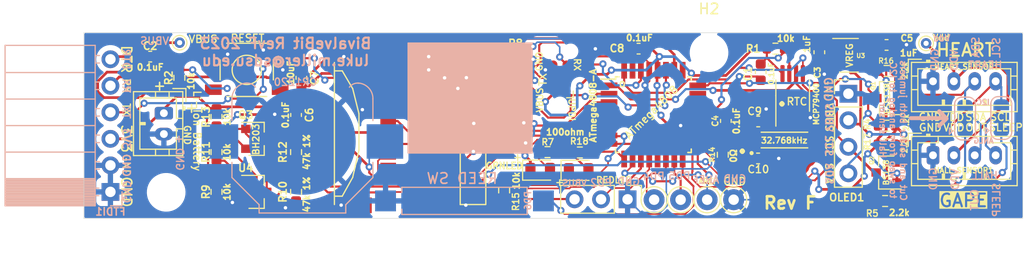
<source format=kicad_pcb>
(kicad_pcb (version 20221018) (generator pcbnew)
  (title_block (title "BivalveBit") (rev "E"))
  (layers (0 "F.Cu" signal) (31 "B.Cu" signal) (34 "B.Paste" user) (35 "F.Paste" user) (36 "B.SilkS" user "B.Silkscreen") (37 "F.SilkS" user "F.Silkscreen") (38 "B.Mask" user) (39 "F.Mask" user) (44 "Edge.Cuts" user))
  (net 0 "")
  (net 1 "GND")
  (net 2 "VBUS")
  (net 3 "/DTR")
  (net 4 "VDD")
  (net 5 "Net-(RTC1-X1)")
  (net 6 "Net-(RTC1-X2)")
  (net 8 "/TO_FTDI_RX")
  (net 9 "/TO_FTDI_TX")
  (net 10 "/HALL_SLEEP")
  (net 11 "/HALL_OUT")
  (net 12 "/SCL1")
  (net 13 "/SDA1")
  (net 14 "/PD4")
  (net 15 "/PD5")
  (net 17 "/PD2")
  (net 18 "/AREF")
  (net 19 "/RSV1")
  (net 20 "/MISO")
  (net 21 "/SCK")
  (net 22 "/MOSI")
  (net 23 "/CS")
  (net 24 "/RSV2")
  (net 25 "/SDA")
  (net 26 "/SCL")
  (net 27 "Net-(D1-A)")
  (net 28 "/UPDI")
  (net 29 "Net-(D2-A)")
  (net 30 "Net-(J6-Pin_3)")
  (net 31 "/32kHz")
  (net 32 "+BATT")
  (net 33 "/BATT_MON_EN")
  (net 34 "/BATT_MONITOR")
  (net 36 "Net-(Q3-G)")
  (net 37 "/PD6")
  (net 38 "Net-(Q3-D)")
  (net 39 "/VREG_EN")
  (net 40 "Net-(U4-B)")
  (net 43 "/TO_RESET")
  (net 49 "/GRNLED")
  (net 50 "/REDLED")
  (net 51 "/HALL_SLEEP_SCL")
  (net 52 "/HALL_OUT_SDA")
  (footprint "Capacitor_SMD:C_0603_1608Metric" (layer "F.Cu") (at 177.2031 121.8184)
    (fp_text reference "C5")
    (fp_text value "1uF")
  )
  (footprint "Capacitor_SMD:C_0603_1608Metric" (layer "F.Cu") (at 153.4541 122.174 180)
    (fp_text reference "C8")
    (fp_text value "0.1uF")
  )
  (footprint "Resistor_SMD:R_0603_1608Metric" (layer "F.Cu") (at 177.2031 124.3076)
    (fp_text reference "R16")
    (fp_text value "2.2k")
  )
  (footprint "Resistor_SMD:R_0603_1608Metric" (layer "F.Cu") (at 177.1904 131.3434)
    (fp_text reference "R17")
    (fp_text value "2.2k")
  )
  (footprint "Capacitor_SMD:C_0603_1608Metric" (layer "F.Cu") (at 165.1508 124.4219 -90)
    (fp_text reference "C1")
    (fp_text value "0.1uF")
  )
  (footprint "Capacitor_SMD:C_0603_1608Metric" (layer "F.Cu") (at 106.68 122.936)
    (fp_text reference "C2")
    (fp_text value "0.1uF")
  )
  (footprint "Capacitor_SMD:C_0603_1608Metric" (layer "F.Cu") (at 170.7642 122.5169 -90)
    (fp_text reference "C3")
    (fp_text value "1uF")
  )
  (footprint "Capacitor_SMD:C_0603_1608Metric" (layer "F.Cu") (at 161.8107 129.0955 90)
    (fp_text reference "C4")
    (fp_text value "0.1uF")
  )
  (footprint "Capacitor_SMD:C_0603_1608Metric" (layer "F.Cu") (at 120.65 128.524 -90)
    (fp_text reference "C6")
    (fp_text value "0.1uF")
  )
  (footprint "Capacitor_SMD:C_0603_1608Metric" (layer "F.Cu") (at 121.158 124.968 90)
    (fp_text reference "C7")
    (fp_text value "10uF")
  )
  (footprint "Crystal_Seiko_SSPT:OSC_SSP-T7-F" (layer "F.Cu") (at 167.4241 130.9243 90)
    (fp_text reference "Crystal_32.768kHz1")
    (fp_text value "SSP-T7-F")
  )
  (footprint "LED_SMD:LED_0805_2012Metric" (layer "F.Cu") (at 144.0307 133.8072)
    (fp_text reference "D1")
    (fp_text value "GRNLED")
  )
  (footprint "Connector_JST:JST_PH_B4B-PH-K_1x04_P2.00mm_Vertical" (layer "F.Cu") (at 181.6481 132.3848)
    (fp_text reference "HALL_SENSOR1")
    (fp_text value "Conn_01x04_Male")
  )
  (footprint "Connector_Pin:Pin_D1.0mm_L10.0mm" (layer "F.Cu") (at 154.94 136.6393)
    (fp_text reference "J4")
    (fp_text value "Conn_01x01_Male")
  )
  (footprint "Connector_Pin:Pin_D1.0mm_L10.0mm" (layer "F.Cu") (at 157.48 136.6393)
    (fp_text reference "J5")
    (fp_text value "Conn_01x01_Male")
  )
  (footprint "Connector_PinHeader_2.54mm:PinHeader_1x03_P2.54mm_Vertical" (layer "F.Cu") (at 152.4 136.6012 -90)
    (fp_text reference "J6")
    (fp_text value "Conn_01x03_Male")
  )
  (footprint "Connector_Pin:Pin_D1.0mm_L10.0mm" (layer "F.Cu") (at 160.02 136.6393)
    (fp_text reference "J7")
    (fp_text value "Conn_01x01_Male")
  )
  (footprint "MOLEX_microSD_47219-2001:MOLEX_47219-2001" (layer "F.Cu") (at 131.572 130.302 -90)
    (fp_text reference "microSD1")
    (fp_text value "47219-2001")
  )
  (footprint "Connector_PinHeader_2.54mm:PinHeader_1x04_P2.54mm_Vertical" (layer "F.Cu") (at 173.5455 126.492)
    (fp_text reference "OLED1")
    (fp_text value "Conn_01x04")
  )
  (footprint "Connector_JST:JST_PH_B2B-PH-K_1x02_P2.00mm_Vertical" (layer "F.Cu") (at 107.99 128.352 -90)
    (fp_text reference "PRIMARY_BATTERY1")
    (fp_text value "Conn_01x02")
  )
  (footprint "Connector:Tag-Connect_TC2030-IDC-NL_2x03_P1.27mm_Vertical" (layer "F.Cu") (at 145.923 124.968 90)
    (fp_text reference "PROGRAM_HEADER1")
    (fp_text value "TC2030-IDC-NL-UPDI")
  )
  (footprint "Package_TO_SOT_SMD:SOT-23" (layer "F.Cu") (at 177.2793 126.9111 180)
    (fp_text reference "Q1")
    (fp_text value "BSS138")
  )
  (footprint "Package_TO_SOT_SMD:SOT-23" (layer "F.Cu") (at 177.2031 134.0358 180)
    (fp_text reference "Q2")
    (fp_text value "BSS138")
  )
  (footprint "Package_TO_SOT_SMD:SOT-23" (layer "F.Cu") (at 116.84 130.81)
    (fp_text reference "Q3")
    (fp_text value "P-FET" hide)
  )
  (footprint "Resistor_SMD:R_0603_1608Metric" (layer "F.Cu") (at 166.561 122.174)
    (fp_text reference "R1")
    (fp_text value "10k")
  )
  (footprint "Resistor_SMD:R_0603_1608Metric" (layer "F.Cu") (at 109.474 124.968 90)
    (fp_text reference "R2")
    (fp_text value "10k")
  )
  (footprint "Resistor_SMD:R_0603_1608Metric" (layer "F.Cu") (at 141.7066 128.0033)
    (fp_text reference "R3")
    (fp_text value "100k")
  )
  (footprint "Resistor_SMD:R_0603_1608Metric" (layer "F.Cu") (at 177.2031 129.5527 180)
    (fp_text reference "R4")
    (fp_text value "2.2k")
  )
  (footprint "Resistor_SMD:R_0603_1608Metric" (layer "F.Cu") (at 177.0634 136.7663 180)
    (fp_text reference "R5")
    (fp_text value "2.2k")
  )
  (footprint "Resistor_SMD:R_0603_1608Metric" (layer "F.Cu") (at 141.669 125.222 180)
    (fp_text reference "R6")
    (fp_text value "100k")
  )
  (footprint "Resistor_SMD:R_0603_1608Metric" (layer "F.Cu") (at 144.7292 132.08 180)
    (fp_text reference "R7")
    (fp_text value "100ohm")
  )
  (footprint "Resistor_SMD:R_0603_1608Metric" (layer "F.Cu") (at 141.669 122.936 180)
    (fp_text reference "R8")
    (fp_text value "100k")
  )
  (footprint "Resistor_SMD:R_0603_1608Metric" (layer "F.Cu") (at 113.03 135.89 90)
    (fp_text reference "R9")
    (fp_text value "10k")
  )
  (footprint "Resistor_SMD:R_0603_1608Metric" (layer "F.Cu") (at 120.65 135.89 90)
    (fp_text reference "R10")
    (fp_text value "47k 1%")
  )
  (footprint "Resistor_SMD:R_0603_1608Metric" (layer "F.Cu") (at 113.03 132.08 90)
    (fp_text reference "R11")
    (fp_text value "10k")
  )
  (footprint "Resistor_SMD:R_0603_1608Metric" (layer "F.Cu") (at 120.65 132.08 90)
    (fp_text reference "R12")
    (fp_text value "47k 1%")
  )
  (footprint "Resistor_SMD:R_0603_1608Metric" (layer "F.Cu") (at 113.03 128.715 90)
    (fp_text reference "R13")
    (fp_text value "10k")
  )
  (footprint "Resistor_SMD:R_0603_1608Metric" (layer "F.Cu") (at 161.5186 132.334 -90)
    (fp_text reference "R14")
    (fp_text value "0Ω")
  )
  (footprint "Resistor_SMD:R_0603_1608Metric" (layer "F.Cu") (at 140.5763 135.7503 -90)
    (fp_text reference "R15")
    (fp_text value "10k")
  )
  (footprint "Switch_CK_PTS525SM15SMTR2:SW_PTS525SM15SMTR2LFS" (layer "F.Cu") (at 115.926 124.206)
    (fp_text reference "RESET1" hide)
    (fp_text value "PTS525SM15SMTR2LFS")
  )
  (footprint "Package_QFP:TQFP-32_7x7mm_P0.8mm" (layer "F.Cu") (at 154.872 128.492)
    (fp_text reference "U2")
    (fp_text value "ATmega4808-A")
  )
  (footprint "Package_TO_SOT_SMD:SOT-23-5" (layer "F.Cu") (at 173.5963 122.809)
    (fp_text reference "U3")
    (fp_text value "LP5907MFX-3.0" hide)
  )
  (footprint "Package_TO_SOT_SMD:SOT-23" (layer "F.Cu") (at 116.84 135.89)
    (fp_text reference "U4")
    (fp_text value "BJT_NPN" hide)
  )
  (footprint "Connector_Pin:Pin_D1.0mm_L10.0mm" (layer "F.Cu") (at 162.56 136.6393)
    (fp_text reference "J8")
    (fp_text value "Conn_01x01_Male")
  )
  (footprint "Capacitor_SMD:C_0603_1608Metric" (layer "F.Cu") (at 164.9095 129.1463 180)
    (fp_text reference "C9")
    (fp_text value "4-16pF")
  )
  (footprint "Capacitor_SMD:C_0603_1608Metric" (layer "F.Cu") (at 164.8968 132.6896)
    (fp_text reference "C10")
    (fp_text value "4-16pF")
  )
  (footprint "Package_SO:MSOP-8_3x3mm_P0.65mm" (layer "F.Cu") (at 168.2115 126.6698 90)
    (fp_text reference "RTC1")
    (fp_text value "MCP79400")
  )
  (footprint "LED_SMD:LED_0805_2012Metric" (layer "F.Cu") (at 147.7137 133.8326)
    (fp_text reference "D2")
    (fp_text value "REDLED")
  )
  (footprint "Resistor_SMD:R_0603_1608Metric" (layer "F.Cu") (at 147.828 132.1181 180)
    (fp_text reference "R18")
    (fp_text value "100ohm")
  )
  (footprint "Connector_JST:JST_PH_B4B-PH-K_1x04_P2.00mm_Vertical" (layer "F.Cu") (at 181.6481 125.2982)
    (fp_text reference "HEART_SENSOR1")
    (fp_text value "Conn_01x04_Male")
  )
  (footprint "TestPoint:TestPoint_THTPad_D1.0mm_Drill0.5mm" (layer "F.Cu") (at 109.4994 121.6025)
    (fp_text reference "TP1" hide)
    (fp_text value "TestPoint_Probe")
  )
  (footprint "TestPoint:TestPoint_THTPad_D1.0mm_Drill0.5mm" (layer "F.Cu") (at 180.9877 121.666)
    (fp_text reference "TP2" hide)
    (fp_text value "TestPoint_Probe")
  )
  (footprint "MountingHole:MountingHole_3.2mm_M3" (layer "F.Cu") (at 160.2 122.562)
    (fp_text reference "H2")
    (fp_text value "MountingHole")
  )
  (footprint "MountingHole:MountingHole_3.2mm_M3" (layer "F.Cu") (at 108.21 135.932)
    (fp_text reference "H1" hide)
    (fp_text value "MountingHole")
  )
  (footprint "Button_Switch_SMD:SW_SPST_REED_CT10-XXXX-G1" (layer "B.Cu") (at 136.779 136.7536)
    (fp_text reference "SW2" hide)
    (fp_text value "SW_Reed")
  )
  (footprint "Connector_PinSocket_2.54mm:PinSocket_1x06_P2.54mm_Horizontal" (layer "B.Cu") (at 102.87 135.89)
    (fp_text reference "FTDI1")
    (fp_text value "Conn_01x06")
  )
  (footprint "Battery:BatteryHolder_Keystone_3000_1x12mm" (layer "B.Cu") (at 121.2596 131.064)
    (fp_text reference "RTC_BATT1" hide)
    (fp_text value "Battery_Cell")
  )
  (footprint "Jumper:SolderJumper-3_P1.3mm_Bridged12_RoundedPad1.0x1.5mm" (layer "B.Cu") (at 188.1886 128.8161 90)
    (fp_text reference "JP1" hide)
    (fp_text value "SolderJumper_3_Bridged12")
  )
  (footprint "Jumper:SolderJumper-3_P1.3mm_Bridged12_RoundedPad1.0x1.5mm" (layer "B.Cu") (at 184.7215 128.8669 90)
    (fp_text reference "JP2" hide)
    (fp_text value "SolderJumper_3_Bridged12")
  )
  (gr_line (start 182.9435 128.8669) (end 182.245 128.1684) (stroke (width 0.381)) (layer "B.SilkS"))
  (gr_line (start 182.9054 128.8288) (end 182.9435 128.8669) (stroke (width 0.127)) (layer "B.SilkS"))
  (gr_line (start 179.5272 128.8288) (end 182.9054 128.8288) (stroke (width 0.381)) (layer "B.SilkS"))
  (gr_line (start 182.9435 128.8669) (end 182.2323 129.5781) (stroke (width 0.381)) (layer "B.SilkS"))
  (gr_poly (pts (xy 143.2687 132.1816) (xy 131.3688 132.1816) (xy 131.3688 121.6279) (xy 143.2687 121.6279)) (stroke (width 0.1)) (fill solid) (layer "B.SilkS"))
  (gr_line (start 100.33 120.65) (end 100.33 138.43) (stroke (width 0.05)) (layer "Edge.Cuts"))
  (gr_line (start 190.246 138.43) (end 190.246 120.65) (stroke (width 0.05)) (layer "Edge.Cuts"))
  (gr_line (start 100.33 120.65) (end 190.246 120.65) (stroke (width 0.05)) (layer "Edge.Cuts"))
  (gr_line (start 100.33 138.43) (end 190.246 138.43) (stroke (width 0.05)) (layer "Edge.Cuts"))
  (gr_text "PD2" (at 149.8727 135.0137) (layer "B.SilkS") (effects (font (size 0.7112 0.7112) (thickness 0.127)) (justify mirror)))
  (gr_text "VBUS" (at 147.3073 135.0518) (layer "B.SilkS") (effects (font (size 0.6096 0.6096) (thickness 0.127)) (justify mirror)))
  (gr_text "GND" (at 152.5016 134.9121) (layer "B.SilkS") (effects (font (size 0.7112 0.7112) (thickness 0.127)) (justify mirror)))
  (gr_text "AREF" (at 159.8803 134.7216) (layer "B.SilkS") (effects (font (size 0.7112 0.7112) (thickness 0.127)) (justify mirror)))
  (gr_text "PD5" (at 157.3657 134.366) (layer "B.SilkS") (effects (font (size 0.7112 0.7112) (thickness 0.127)) (justify mirror)))
  (gr_text "PD4" (at 154.9019 134.3914) (layer "B.SilkS") (effects (font (size 0.7112 0.7112) (thickness 0.127)) (justify mirror)))
  (gr_text "DTR" (at 104.394 123.19 270) (layer "B.SilkS") (effects (font (size 0.7112 0.7112) (thickness 0.127)) (justify mirror)))
  (gr_text "3V3" (at 104.394 130.81 270) (layer "B.SilkS") (effects (font (size 0.7112 0.7112) (thickness 0.127)) (justify mirror)))
  (gr_text "GND" (at 104.394 133.35 270) (layer "B.SilkS") (effects (font (size 0.7112 0.7112) (thickness 0.127)) (justify mirror)))
  (gr_text "TX" (at 104.394 128.27 270) (layer "B.SilkS") (effects (font (size 0.7112 0.7112) (thickness 0.127)) (justify mirror)))
  (gr_text "RX" (at 104.394 125.73 270) (layer "B.SilkS") (effects (font (size 0.7112 0.7112) (thickness 0.127)) (justify mirror)))
  (gr_text "+" (at 109.4359 130.8862 180) (layer "B.SilkS") (effects (font (size 0.7112 0.7112) (thickness 0.127)) (justify mirror)))
  (gr_text "GND" (at 109.5121 132.7658 270) (layer "B.SilkS") (effects (font (size 0.7112 0.7112) (thickness 0.127)) (justify mirror)))
  (gr_text "GND" (at 171.6278 126.0602 270) (layer "B.SilkS") (effects (font (size 0.762 0.762) (thickness 0.127)) (justify mirror)))
  (gr_text "VBUS" (at 171.704 128.778 270) (layer "B.SilkS") (effects (font (size 0.7112 0.7112) (thickness 0.127)) (justify mirror)))
  (gr_text "SCL" (at 171.6786 131.4831 270) (layer "B.SilkS") (effects (font (size 0.7112 0.7112) (thickness 0.127)) (justify mirror)))
  (gr_text "SDA" (at 171.7294 134.1628 270) (layer "B.SilkS") (effects (font (size 0.7112 0.7112) (thickness 0.127)) (justify mirror)))
  (gr_text "SDA" (at 185.7375 122.0343 90) (layer "B.SilkS") (effects (font (size 0.7112 0.7112) (thickness 0.127)) (justify mirror)))
  (gr_text "GND" (at 181.6735 134.6454 90) (layer "B.SilkS") (effects (font (size 0.7112 0.7112) (thickness 0.127)) (justify mirror)))
  (gr_text "OUT" (at 185.6359 136.6647 90) (layer "B.SilkS") (effects (font (size 0.7112 0.7112) (thickness 0.127)) (justify mirror)))
  (gr_text "VDD" (at 183.769 134.6962 90) (layer "B.SilkS") (effects (font (size 0.7112 0.7112) (thickness 0.127)) (justify mirror)))
  (gr_text "VDD" (at 183.6674 123.2662 90) (layer "B.SilkS") (effects (font (size 0.7112 0.7112) (thickness 0.127)) (justify mirror)))
  (gr_text "SLEEP" (at 187.7314 136.6647 90) (layer "B.SilkS") (effects (font (size 0.7112 0.7112) (thickness 0.127)) (justify mirror)))
  (gr_text "GND" (at 181.8259 123.2408 90) (layer "B.SilkS") (effects (font (size 0.7112 0.7112) (thickness 0.127)) (justify mirror)))
  (gr_text "HEART" (at 186.6519 123.7488) (layer "B.SilkS") (effects (font (size 0.7112 0.7112) (thickness 0.127)) (justify mirror)))
  (gr_text "SCL" (at 187.7187 122.0851 90) (layer "B.SilkS") (effects (font (size 0.7112 0.7112) (thickness 0.127)) (justify mirror)))
  (gr_text "HALL" (at 186.6011 134.3279) (layer "B.SilkS") (effects (font (size 0.7112 0.7112) (thickness 0.127)) (justify mirror)))
  (gr_text "I2C" (at 186.4487 127.3048) (layer "B.SilkS") (effects (font (size 0.508 0.508) (thickness 0.127)) (justify mirror)))
  (gr_text "GND" (at 104.4194 135.8773 270) (layer "B.SilkS") (effects (font (size 0.7112 0.7112) (thickness 0.127)) (justify mirror)))
  (gr_text "VBUS" (at 107.0991 121.4374) (layer "B.SilkS") (effects (font (size 0.7112 0.7112) (thickness 0.127)) (justify mirror)))
  (gr_text "Vdd" (at 182.4863 121.158) (layer "B.SilkS") (effects (font (size 0.6096 0.6096) (thickness 0.127)) (justify mirror)))
  (gr_text "PD6" (at 142.8496 136.7282 90) (layer "B.SilkS") (effects (font (size 0.6096 0.6096) (thickness 0.127)) (justify mirror)))
  (gr_text "REED SW" (at 136.5504 134.6073) (layer "B.SilkS") (effects (font (size 1.016 1.016) (thickness 0.1524)) (justify mirror)))
  (gr_text "BivalveBit RevF 2023\nluke.miller@sdsu.edu" (at 119.6467 122.4915) (layer "B.SilkS") (effects (font (size 1.016 1.016) (thickness 0.2032)) (justify mirror)))
  (gr_text "CR1220" (at 120.5865 125.3744) (layer "B.SilkS") (effects (font (size 0.7112 0.7112) (thickness 0.127)) (justify mirror)))
  (gr_text "ANLG" (at 186.5 130.992) (layer "B.SilkS") (effects (font (size 0.508 0.508) (thickness 0.127)) (justify mirror)))
  (gr_text "Cut and solder both jumpers\nto swap from analog to I2C\nHall sensor" (at 177.8254 130.0099 -90) (layer "B.SilkS") (effects (font (size 0.6096 0.6096) (thickness 0.127)) (justify mirror)))
  (gr_text "GND" (at 162.6743 134.6454) (layer "B.SilkS") (effects (font (size 0.7112 0.7112) (thickness 0.127)) (justify mirror)))
  (gr_text "VDD" (at 183.642 129.7305) (layer "F.SilkS") (effects (font (size 0.7112 0.7112) (thickness 0.127))))
  (gr_text "SCL" (at 188.087 128.7272) (layer "F.SilkS") (effects (font (size 0.7112 0.7112) (thickness 0.127))))
  (gr_text "GND" (at 181.3687 128.7272) (layer "F.SilkS") (effects (font (size 0.7112 0.7112) (thickness 0.127))))
  (gr_text "OUT" (at 185.7756 129.7178) (layer "F.SilkS") (effects (font (size 0.7112 0.7112) (thickness 0.127))))
  (gr_text "VDD" (at 183.6166 128.7526) (layer "F.SilkS") (effects (font (size 0.7112 0.7112) (thickness 0.127))))
  (gr_text "SDA" (at 185.7502 128.7399) (layer "F.SilkS") (effects (font (size 0.7112 0.7112) (thickness 0.127))))
  (gr_text "+" (at 145.8976 134.9502) (layer "F.SilkS") (effects (font (size 0.7112 0.7112) (thickness 0.127))))
  (gr_text "+" (at 107.58 125.702) (layer "F.SilkS") (effects (font (size 0.9652 0.9652) (thickness 0.1524))))
  (gr_text "AREF" (at 160.1089 134.8867) (layer "F.SilkS") (effects (font (size 0.508 0.508) (thickness 0.127))))
  (gr_text "+" (at 141.8717 132.5499) (layer "F.SilkS") (effects (font (size 0.7112 0.7112) (thickness 0.127))))
  (gr_text "ATmega4808" (at 154.686 128.27 45) (layer "F.SilkS") (effects (font (size 0.7112 0.7112) (thickness 0.127))))
  (gr_text "Rev F" (at 167.95 136.952) (layer "F.SilkS") (effects (font (size 1.1684 1.1684) (thickness 0.254) bold)))
  (gr_text "Vdd" (at 182.4355 121.1199) (layer "F.SilkS") (effects (font (size 0.6096 0.6096) (thickness 0.127))))
  (gr_text "o" (at 151.892 125.476) (layer "F.SilkS") (effects (font (size 0.7112 0.7112) (thickness 0.127))))
  (gr_text "32.768kHz" (at 167.3987 130.9624) (layer "F.SilkS") (effects (font (size 0.5588 0.5588) (thickness 0.127))))
  (gr_text "MCP79400" (at 170.4721 127.4699 90) (layer "F.SilkS") (effects (font (size 0.508 0.508) (thickness 0.127))))
  (gr_text "." (at 163.3855 131.3815) (layer "F.SilkS") (effects (font (size 1.524 1.524) (thickness 0.381))))
  (gr_text "TX" (at 104.394 128.016 270) (layer "F.SilkS") (effects (font (size 0.7112 0.7112) (thickness 0.127))))
  (gr_text "BH203" (at 116.8146 130.8608 90) (layer "F.SilkS") (effects (font (size 0.6096 0.6096) (thickness 0.127))))
  (gr_text "GND" (at 162.6489 134.8867) (layer "F.SilkS") (effects (font (size 0.7112 0.7112) (thickness 0.127))))
  (gr_text "Li-Ion Battery" (at 111.17 130.042 270) (layer "F.SilkS") (effects (font (size 0.7112 0.7112) (thickness 0.127))))
  (gr_text "." (at 167.1828 126.8476) (layer "F.SilkS") (effects (font (size 1.524 1.524) (thickness 0.381))))
  (gr_text "SLEEP" (at 188.6204 129.7178) (layer "F.SilkS") (effects (font (size 0.7112 0.7112) (thickness 0.127))))
  (gr_text "GND" (at 104.394 135.89 -90) (layer "F.SilkS") (effects (font (size 0.9652 0.9652) (thickness 0.1524))))
  (gr_text "GAPE" (at 184.5564 136.7155) (layer "F.SilkS" knockout) (effects (font (size 1.2192 1.2192) (thickness 0.2032))))
  (gr_text "DTR" (at 104.394 123.19 -90) (layer "F.SilkS") (effects (font (size 0.9652 0.9652) (thickness 0.1524))))
  (gr_text "TX" (at 144.2847 125.1331 90) (layer "F.SilkS") (effects (font (size 0.7112 0.7112) (thickness 0.127))))
  (gr_text "VREG" (at 173.6598 122.8217 90) (layer "F.SilkS") (effects (font (size 0.6096 0.6096) (thickness 0.127))))
  (gr_text "RTC" (at 168.6179 127.2413) (layer "F.SilkS") (effects (font (size 0.7112 0.7112) (thickness 0.127))))
  (gr_text "RX" (at 147.574 123.698 -90) (layer "F.SilkS") (effects (font (size 0.6096 0.6096) (thickness 0.127))))
  (gr_text "VBUS" (at 171.704 128.7526 270) (layer "F.SilkS") (effects (font (size 0.7112 0.7112) (thickness 0.127))))
  (gr_text "VBUS" (at 143.9926 127.0889 90) (layer "F.SilkS") (effects (font (size 0.6096 0.6096) (thickness 0.127))))
  (gr_text "SCL" (at 171.704 131.4831 270) (layer "F.SilkS") (effects (font (size 0.7112 0.7112) (thickness 0.127))))
  (gr_text "RESET" (at 116.0018 121.1707) (layer "F.SilkS") (effects (font (size 0.7112 0.7112) (thickness 0.127))))
  (gr_text "VBUS" (at 111.7473 121.2596) (layer "F.SilkS") (effects (font (size 0.7112 0.7112) (thickness 0.127))))
  (gr_text "SDA" (at 171.6913 134.112 270) (layer "F.SilkS") (effects (font (size 0.7112 0.7112) (thickness 0.127))))
  (gr_text "+" (at 110.64 127.822) (layer "F.SilkS") (effects (font (size 0.9652 0.9652) (thickness 0.1524))))
  (gr_text "GND" (at 104.394 133.35 270) (layer "F.SilkS") (effects (font (size 0.7112 0.7112) (thickness 0.127))))
  (gr_text "GND" (at 171.6024 126.0729 270) (layer "F.SilkS") (effects (font (size 0.762 0.762) (thickness 0.127))))
  (gr_text "UPDI" (at 147.066 128.016 -90) (layer "F.SilkS") (effects (font (size 0.6096 0.6096) (thickness 0.127))))
  (gr_text "GND" (at 181.3941 129.7305) (layer "F.SilkS") (effects (font (size 0.7112 0.7112) (thickness 0.127))))
  (gr_text "3V3" (at 104.394 130.81 -90) (layer "F.SilkS") (effects (font (size 0.9652 0.9652) (thickness 0.1524))))
  (gr_text "HEART" (at 184.7596 122.301) (layer "F.SilkS") (effects (font (size 1.2192 1.2192) (thickness 0.2032))))
  (gr_text "GND" (at 110.23 130.442 -90) (layer "F.SilkS") (effects (font (size 0.6096 0.6096) (thickness 0.127))))
  (gr_text "RX" (at 104.394 125.73 270) (layer "F.SilkS") (effects (font (size 0.7112 0.7112) (thickness 0.127))))
  (gr_text "GND" (at 143.9418 123.3932 90) (layer "F.SilkS") (effects (font (size 0.6096 0.6096) (thickness 0.127))))
  (gr_text "BS138" (at 177.165 134.0358 90) (layer "F.SilkS") (effects (font (size 0.508 0.508) (thickness 0.1143))))
  (segment (start 127.014 128.002) (end 127 128.016) (width 0.1524) (layer "F.Cu") (net 1))
  (segment (start 120.65 136.715) (end 120.333 136.715) (width 0.1524) (layer "F.Cu") (net 1))
  (segment (start 153.090482 122.174) (end 152.6791 122.174) (width 0.1524) (layer "F.Cu") (net 1))
  (segment (start 170.7642 123.2919) (end 171.2471 122.809) (width 0.2032) (layer "F.Cu") (net 1))
  (segment (start 126.872 123.427) (end 125.713 123.427) (width 0.2032) (layer "F.Cu") (net 1))
  (segment (start 125.713 123.427) (end 125.222 122.936) (width 0.2032) (layer "F.Cu") (net 1))
  (segment (start 154.472 125.2709) (end 154.0637 125.6792) (width 0.2032) (layer "F.Cu") (net 1))
  (segment (start 149.3266 122.174) (end 149.3139 122.1867) (width 0.1524) (layer "F.Cu") (net 1))
  (segment (start 114.62 136.84) (end 114.554 136.906) (width 0.1524) (layer "F.Cu") (net 1))
  (segment (start 115.84 136.84) (end 114.62 136.84) (width 0.2032) (layer "F.Cu") (net 1))
  (segment (start 171.24 123.7677) (end 170.7642 123.2919) (width 0.2032) (layer "F.Cu") (net 1))
  (segment (start 119.126 122.306) (end 117.5181 122.306) (width 0.1524) (layer "F.Cu") (net 1))
  (segment (start 159.122 129.692) (end 157.632 129.692) (width 0.2032) (layer "F.Cu") (net 1))
  (segment (start 145.032417 123.698) (end 144.527583 124.202834) (width 0.1524) (layer "F.Cu") (net 1))
  (segment (start 135.172 137.177) (end 136.889 137.177) (width 0.254) (layer "F.Cu") (net 1))
  (segment (start 112.726 122.306) (end 113.6954 122.306) (width 0.1524) (layer "F.Cu") (net 1))
  (segment (start 114.363 136.715) (end 114.554 136.906) (width 0.1524) (layer "F.Cu") (net 1))
  (segment (start 135.172 123.427) (end 133.841 123.427) (width 0.2032) (layer "F.Cu") (net 1))
  (segment (start 126.872 137.177) (end 124.985 137.177) (width 0.2032) (layer "F.Cu") (net 1))
  (segment (start 165.1508 125.121301) (end 164.871889 124.84239) (width 0.1524) (layer "F.Cu") (net 1))
  (segment (start 154.472 123.555518) (end 153.090482 122.174) (width 0.1524) (layer "F.Cu") (net 1))
  (segment (start 129.472 128.002) (end 127.014 128.002) (width 0.254) (layer "F.Cu") (net 1))
  (segment (start 179.0827 121.8184) (end 179.1081 121.793) (width 0.1524) (layer "F.Cu") (net 1))
  (segment (start 171.24 124.622) (end 171.24 123.7677) (width 0.2032) (layer "F.Cu") (net 1))
  (segment (start 165.6845 129.1463) (end 165.6845 127.9655) (width 0.1524) (layer "F.Cu") (net 1))
  (segment (start 120.65 129.299) (end 119.4438 129.299) (width 0.2032) (layer "F.Cu") (net 1))
  (segment (start 124.985 137.177) (end 124.968 137.16) (width 0.1524) (layer "F.Cu") (net 1))
  (segment (start 165.6845 127.9655) (end 165.6715 127.9525) (width 0.1524) (layer "F.Cu") (net 1))
  (segment (start 171.2471 122.809) (end 172.4963 122.809) (width 0.2032) (layer "F.Cu") (net 1))
  (segment (start 165.6718 132.6896) (end 166.878 132.6896) (width 0.1524) (layer "F.Cu") (net 1))
  (segment (start 133.841 123.427) (end 133.35 122.936) (width 0.2032) (layer "F.Cu") (net 1))
  (segment (start 169.8963 128.7823) (end 169.9006 128.778) (width 0.1524) (layer "F.Cu") (net 1))
  (segment (start 117.5181 122.306) (end 117.5131 122.301) (width 0.1524) (layer "F.Cu") (net 1))
  (segment (start 113.03 136.715) (end 114.363 136.715) (width 0.2032) (layer "F.Cu") (net 1))
  (segment (start 163.1 124.84239) (end 164.871889 124.84239) (width 0.2032) (layer "F.Cu") (net 1))
  (segment (start 154.472 124.242) (end 154.472 125.2709) (width 0.2032) (layer "F.Cu") (net 1))
  (segment (start 120.333 136.715) (end 119.634 137.414) (width 0.2032) (layer "F.Cu") (net 1))
  (segment (start 136.889 137.177) (end 136.906 137.16) (width 0.1524) (layer "F.Cu") (net 1))
  (segment (start 161.8107 128.3205) (end 160.4392 129.692) (width 0.2032) (layer "F.Cu") (net 1))
  (segment (start 121.158 124.193) (end 119.393 124.193) (width 0.1524) (layer "F.Cu") (net 1))
  (segment (start 119.393 124.193) (end 119.38 124.206) (width 0.1524) (layer "F.Cu") (net 1))
  (segment (start 152.6791 122.174) (end 149.3266 122.174) (width 0.2032) (layer "F.Cu") (net 1))
  (segment (start 177.9781 121.8184) (end 179.0827 121.8184) (width 0.2032) (layer "F.Cu") (net 1))
  (segment (start 145.288 123.698) (end 145.032417 123.698) (width 0.1524) (layer "F.Cu") (net 1))
  (segment (start 154.472 124.242) (end 154.472 123.555518) (width 0.1524) (layer "F.Cu") (net 1))
  (segment (start 113.6954 122.306) (end 114.0968 122.7074) (width 0.1524) (layer "F.Cu") (net 1))
  (segment (start 157.632 129.692) (end 157.48 129.54) (width 0.1524) (layer "F.Cu") (net 1))
  (segment (start 169.1865 128.7823) (end 169.8963 128.7823) (width 0.2032) (layer "F.Cu") (net 1))
  (segment (start 119.4438 129.299) (end 118.6053 128.4605) (width 0.2032) (layer "F.Cu") (net 1))
  (segment (start 160.4392 129.692) (end 159.122 129.692) (width 0.2032) (layer "F.Cu") (net 1))
  (via (at 163.1 124.84239) (size 0.6858) (drill 0.3302) (layers "F.Cu" "B.Cu") (net 1))
  (via (at 117.5131 122.301) (size 0.6858) (drill 0.3302) (layers "F.Cu" "B.Cu") (net 1))
  (via (at 169.9006 128.778) (size 0.6858) (drill 0.3302) (layers "F.Cu" "B.Cu") (net 1))
  (via (at 179.1081 121.793) (size 0.6858) (drill 0.3302) (layers "F.Cu" "B.Cu") (net 1))
  (via (at 133.35 122.936) (size 0.6858) (drill 0.3302) (layers "F.Cu" "B.Cu") (net 1))
  (via (at 125.222 122.936) (size 0.6858) (drill 0.3302) (layers "F.Cu" "B.Cu") (net 1))
  (via (at 171.24 124.622) (size 0.6858) (drill 0.3302) (layers "F.Cu" "B.Cu") (net 1))
  (via (at 154.0637 125.6792) (size 0.6858) (drill 0.3302) (layers "F.Cu" "B.Cu") (net 1))
  (via (at 119.38 124.206) (size 0.6858) (drill 0.3302) (layers "F.Cu" "B.Cu") (net 1))
  (via (at 114.0968 122.7074) (size 0.6858) (drill 0.3302) (layers "F.Cu" "B.Cu") (net 1))
  (via (at 144.527583 124.202834) (size 0.6858) (drill 0.3302) (layers "F.Cu" "B.Cu") (net 1))
  (via (at 149.3139 122.1867) (size 0.6858) (drill 0.3302) (layers "F.Cu" "B.Cu") (net 1))
  (via (at 157.48 129.54) (size 0.6858) (drill 0.3302) (layers "F.Cu" "B.Cu") (net 1))
  (via (at 166.878 132.6896) (size 0.6858) (drill 0.3302) (layers "F.Cu" "B.Cu") (net 1))
  (via (at 136.906 137.16) (size 0.6858) (drill 0.3302) (layers "F.Cu" "B.Cu") (net 1))
  (via (at 124.968 137.16) (size 0.6858) (drill 0.3302) (layers "F.Cu" "B.Cu") (net 1))
  (via (at 165.6715 127.9525) (size 0.6858) (drill 0.3302) (layers "F.Cu" "B.Cu") (net 1))
  (via (at 127 128.016) (size 0.6858) (drill 0.3302) (layers "F.Cu" "B.Cu") (net 1))
  (via (at 119.634 137.414) (size 0.6858) (drill 0.3302) (layers "F.Cu" "B.Cu") (net 1))
  (via (at 114.554 136.906) (size 0.6858) (drill 0.3302) (layers "F.Cu" "B.Cu") (net 1))
  (via (at 118.6053 128.4605) (size 0.6858) (drill 0.3302) (layers "F.Cu" "B.Cu") (net 1))
  (segment (start 170.827699 127.850901) (end 169.9006 128.778) (width 0.2032) (layer "B.Cu") (net 1))
  (segment (start 171.24 124.622) (end 170.827699 125.034301) (width 0.2032) (layer "B.Cu") (net 1))
  (segment (start 148.7747 122.1867) (end 147.79 121.202) (width 0.1524) (layer "B.Cu") (net 1))
  (segment (start 160.439101 132.499101) (end 160.439101 133.268721) (width 0.1524) (layer "B.Cu") (net 1))
  (segment (start 102.87 135.89) (end 102.87 133.35) (width 0.1524) (layer "B.Cu") (net 1))
  (segment (start 107.95 132.81) (end 106.522 132.81) (width 0.1524) (layer "B.Cu") (net 1))
  (segment (start 157.48 129.54) (end 155.448 129.54) (width 0.2032) (layer "B.Cu") (net 1))
  (segment (start 126.956 121.202) (end 125.222 122.936) (width 0.1524) (layer "B.Cu") (net 1))
  (segment (start 160.020862 133.68696) (end 156.49504 133.68696) (width 0.1524) (layer "B.Cu") (net 1))
  (segment (start 164.3126 135.255) (end 166.878 132.6896) (width 0.1524) (layer "B.Cu") (net 1))
  (segment (start 165.6715 127.9525) (end 163.8173 127.9525) (width 0.1524) (layer "B.Cu") (net 1))
  (segment (start 157.48 129.54) (end 160.439101 132.499101) (width 0.1524) (layer "B.Cu") (net 1))
  (segment (start 155.448 129.54) (end 154.0637 128.1557) (width 0.2032) (layer "B.Cu") (net 1))
  (segment (start 160.439101 133.268721) (end 160.020862 133.68696) (width 0.1524) (layer "B.Cu") (net 1))
  (segment (start 164.3126 136.6393) (end 164.3126 135.255) (width 0.1524) (layer "B.Cu") (net 1))
  (segment (start 105.982 133.35) (end 102.87 133.35) (width 0.1524) (layer "B.Cu") (net 1))
  (segment (start 127 128.016) (end 127 124.714) (width 0.1524) (layer "B.Cu") (net 1))
  (segment (start 155.529729 137.867901) (end 153.666701 137.867901) (width 0.1524) (layer "B.Cu") (net 1))
  (segment (start 127 124.714) (end 125.222 122.936) (width 0.1524) (layer "B.Cu") (net 1))
  (segment (start 156.49504 133.68696) (end 156.11 134.072) (width 0.1524) (layer "B.Cu") (net 1))
  (segment (start 153.666701 137.867901) (end 152.4 136.6012) (width 0.1524) (layer "B.Cu") (net 1))
  (segment (start 156.168111 136.130599) (end 156.168111 137.229519) (width 0.1524) (layer "B.Cu") (net 1))
  (segment (start 162.56 136.6393) (end 164.3126 136.6393) (width 0.1524) (layer "B.Cu") (net 1))
  (segment (start 149.3139 122.1867) (end 148.7747 122.1867) (width 0.1524) (layer "B.Cu") (net 1))
  (segment (start 163.1 124.84239) (end 162.230366 125.712024) (width 0.2032) (layer "B.Cu") (net 1))
  (segment (start 154.0637 128.1557) (end 154.0637 125.6792) (width 0.2032) (layer "B.Cu") (net 1))
  (segment (start 179.1081 121.793) (end 181.6481 124.333) (width 0.2032) (layer "B.Cu") (net 1))
  (segment (start 156.168111 137.229519) (end 155.529729 137.867901) (width 0.1524) (layer "B.Cu") (net 1))
  (segment (start 156.11 134.072) (end 156.11 136.072488) (width 0.1524) (layer "B.Cu") (net 1))
  (segment (start 156.11 136.072488) (end 156.168111 136.130599) (width 0.1524) (layer "B.Cu") (net 1))
  (segment (start 163.8173 127.9525) (end 162.230366 126.365566) (width 0.1524) (layer "B.Cu") (net 1))
  (segment (start 106.522 132.81) (end 105.982 133.35) (width 0.1524) (layer "B.Cu") (net 1))
  (segment (start 107.95 132.81) (end 108.236 132.81) (width 0.1524) (layer "B.Cu") (net 1))
  (segment (start 162.230366 125.712024) (end 162.230366 126.365566) (width 0.2032) (layer "B.Cu") (net 1))
  (segment (start 181.6481 124.333) (end 181.6481 125.2982) (width 0.1524) (layer "B.Cu") (net 1))
  (segment (start 147.79 121.202) (end 126.956 121.202) (width 0.2032) (layer "B.Cu") (net 1))
  (segment (start 170.827699 125.034301) (end 170.827699 127.850901) (width 0.2032) (layer "B.Cu") (net 1))
  (segment (start 152.4 136.6012) (end 152.4762 136.6012) (width 0.1524) (layer "B.Cu") (net 1))
  (segment (start 142.494 126.238) (end 143.51 126.238) (width 0.254) (layer "F.Cu") (net 2))
  (segment (start 178.8668 130.3782) (end 178.8536 130.3782) (width 0.1524) (layer "F.Cu") (net 2))
  (segment (start 125.12 130.202) (end 129.472 130.202) (width 0.254) (layer "F.Cu") (net 2))
  (segment (start 174.7266 128.071878) (end 174.713899 128.084579) (width 0.254) (layer "F.Cu") (net 2))
  (segment (start 120.65 127.749) (end 122.713 129.812) (width 0.254) (layer "F.Cu") (net 2))
  (segment (start 178.0281 130.0833) (end 177.2031 130.9083) (width 0.254) (layer "F.Cu") (net 2))
  (segment (start 105.142 130.81) (end 106.98 128.972) (width 0.254) (layer "F.Cu") (net 2))
  (segment (start 166.5107 121.3993) (end 170.4216 121.3993) (width 0.254) (layer "F.Cu") (net 2))
  (segment (start 140.716 128.016) (end 142.494 126.238) (width 0.254) (layer "F.Cu") (net 2))
  (segment (start 109.474 126.492) (end 109.22 126.746) (width 0.254) (layer "F.Cu") (net 2))
  (segment (start 143.103589 122.936) (end 143.357589 123.19) (width 0.254) (layer "F.Cu") (net 2))
  (segment (start 161.8107 129.8705) (end 161.1892 130.492) (width 0.254) (layer "F.Cu") (net 2))
  (segment (start 141.9751 134.9253) (end 142.4704 134.43) (width 0.254) (layer "F.Cu") (net 2))
  (segment (start 121.158 125.743) (end 121.158 127.241) (width 0.254) (layer "F.Cu") (net 2))
  (segment (start 142.494 125.222) (end 143.510008 125.222) (width 0.254) (layer "F.Cu") (net 2))
  (segment (start 143.51 126.238) (end 142.494 125.222) (width 0.254) (layer "F.Cu") (net 2))
  (segment (start 143.0932 132.936666) (end 142.57668 132.420146) (width 0.254) (layer "F.Cu") (net 2))
  (segment (start 107.4293 121.6025) (end 106.6546 122.3772) (width 0.254) (layer "F.Cu") (net 2))
  (segment (start 158.7254 124.741) (end 161.818429 124.741) (width 0.254) (layer "F.Cu") (net 2))
  (segment (start 154.686 122.174) (end 155.448 122.936) (width 0.254) (layer "F.Cu") (net 2))
  (segment (start 114.4963 130.4163) (end 114.70639 130.62639) (width 0.2032) (layer "F.Cu") (net 2))
  (segment (start 121.907 125.743) (end 121.158 125.743) (width 0.254) (layer "F.Cu") (net 2))
  (segment (start 136.144 125.984) (end 138.7221 125.984) (width 0.254) (layer "F.Cu") (net 2))
  (segment (start 173.7614 122.4417) (end 173.7614 124.4981) (width 0.254) (layer "F.Cu") (net 2))
  (segment (start 172.3792 121.7419) (end 172.4963 121.859) (width 0.2032) (layer "F.Cu") (net 2))
  (segment (start 112.5601 130.4163) (end 114.4963 130.4163) (width 0.2032) (layer "F.Cu") (net 2))
  (segment (start 133.007101 124.548899) (end 123.101101 124.548899) (width 0.254) (layer "F.Cu") (net 2))
  (segment (start 113.171 127.749) (end 113.03 127.89) (width 0.2032) (layer "F.Cu") (net 2))
  (segment (start 120.65 127.749) (end 113.171 127.749) (width 0.254) (layer "F.Cu") (net 2))
  (segment (start 165.736 122.174) (end 166.5107 121.3993) (width 0.254) (layer "F.Cu") (net 2))
  (segment (start 155.272 124.242) (end 155.272 123.112) (width 0.254) (layer "F.Cu") (net 2))
  (segment (start 133.35 124.206) (end 133.007101 124.548899) (width 0.254) (layer "F.Cu") (net 2))
  (segment (start 157.32 130.492) (end 159.122 130.492) (width 0.254) (layer "F.Cu") (net 2))
  (segment (start 106.6546 122.3772) (end 106.6546 123.374729) (width 0.254) (layer "F.Cu") (net 2))
  (segment (start 122.713 129.812) (end 124.73 129.812) (width 0.254) (layer "F.Cu") (net 2))
  (segment (start 140.4112 124.2695) (end 141.5415 124.2695) (width 0.254) (layer "F.Cu") (net 2))
  (segment (start 112.1156 128.8044) (end 112.1156 129.9718) (width 0.2032) (layer "F.Cu") (net 2))
  (segment (start 173.913799 129.400299) (end 173.5455 129.032) (width 0.2032) (layer "F.Cu") (net 2))
  (segment (start 145.288 126.238) (end 145.288 126.492) (width 0.2032) (layer "F.Cu") (net 2))
  (segment (start 106.6546 123.374729) (end 105.607329 124.422) (width 0.254) (layer "F.Cu") (net 2))
  (segment (start 111.252 126.746) (end 112.396 127.89) (width 0.254) (layer "F.Cu") (net 2))
  (segment (start 158.51 124.5256) (end 158.7254 124.741) (width 0.254) (layer "F.Cu") (net 2))
  (segment (start 109.4994 121.6025) (end 107.4293 121.6025) (width 0.254) (layer "F.Cu") (net 2))
  (segment (start 164.385429 122.174) (end 165.736 122.174) (width 0.254) (layer "F.Cu") (net 2))
  (segment (start 113.03 127.89) (end 112.1156 128.8044) (width 0.2032) (layer "F.Cu") (net 2))
  (segment (start 174.713899 129.400299) (end 174.713899 129.539999) (width 0.2032) (layer "F.Cu") (net 2))
  (segment (start 140.3731 124.3076) (end 140.4112 124.2695) (width 0.254) (layer "F.Cu") (net 2))
  (segment (start 143.0932 133.8072) (end 142.4704 134.43) (width 0.254) (layer "F.Cu") (net 2))
  (segment (start 141.201874 128.016) (end 142.460812 129.274938) (width 0.254) (layer "F.Cu") (net 2))
  (segment (start 165.736 123.0568) (end 165.736 123.0617) (width 0.2032) (layer "F.Cu") (net 2))
  (segment (start 174.1424 124.4981) (end 174.7266 125.0823) (width 0.254) (layer "F.Cu") (net 2))
  (segment (start 174.713899 129.400299) (end 173.913799 129.400299) (width 0.254) (layer "F.Cu") (net 2))
  (segment (start 106.831935 125.793) (end 109.474 125.793) (width 0.254) (layer "F.Cu") (net 2))
  (segment (start 101.6508 126.2761) (end 102.235 126.8603) (width 0.254) (layer "F.Cu") (net 2))
  (segment (start 109.22 126.746) (end 111.252 126.746) (width 0.254) (layer "F.Cu") (net 2))
  (segment (start 114.70639 130.62639) (end 115.84 131.76) (width 0.2032) (layer "F.Cu") (net 2))
  (segment (start 144.0584 134.7724) (end 143.0932 133.8072) (width 0.254) (layer "F.Cu") (net 2))
  (segment (start 121.158 127.241) (end 120.65 127.749) (width 0.254) (layer "F.Cu") (net 2))
  (segment (start 174.7266 125.0823) (end 174.7266 128.071878) (width 0.254) (layer "F.Cu") (net 2))
  (segment (start 123.101101 124.548899) (end 121.907 125.743) (width 0.254) (layer "F.Cu") (net 2))
  (segment (start 102.235 126.8603) (end 105.764635 126.8603) (width 0.254) (layer "F.Cu") (net 2))
  (segment (start 106.98 128.972) (end 106.994 128.972) (width 0.254) (layer "F.Cu") (net 2))
  (segment (start 145.8364 134.7724) (end 145.795012 134.813788) (width 0.254) (layer "F.Cu") (net 2))
  (segment (start 145.288 126.492) (end 144.526 127.254) (width 0.254) (layer "F.Cu") (net 2))
  (segment (start 138.7221 125.984) (end 140.3731 124.333) (width 0.254) (layer "F.Cu") (net 2))
  (segment (start 155.6 128.552) (end 155.6 128.772) (width 0.254) (layer "F.Cu") (net 2))
  (segment (start 124.73 129.812) (end 125.12 130.202) (width 0.254) (layer "F.Cu") (net 2))
  (segment (start 177.2031 130.9083) (end 177.2031 133.9858) (width 0.254) (layer "F.Cu") (net 2))
  (segment (start 140.3731 124.333) (end 140.3731 124.3076) (width 0.254) (layer "F.Cu") (net 2))
  (segment (start 172.4963 121.859) (end 173.1787 121.859) (width 0.254) (layer "F.Cu") (net 2))
  (segment (start 147.828 125.73) (end 148.926 124.632) (width 0.254) (layer "F.Cu") (net 2))
  (segment (start 161.818429 124.741) (end 164.385429 122.174) (width 0.254) (layer "F.Cu") (net 2))
  (segment (start 154.2291 122.174) (end 154.686 122.174) (width 0.2032) (layer "F.Cu") (net 2))
  (segment (start 165.736 123.0568) (end 167.2365 124.5573) (width 0.2032) (layer "F.Cu") (net 2))
  (segment (start 155.2194 124.2946) (end 155.272 124.242) (width 0.2032) (layer "F.Cu") (net 2))
  (segment (start 101.6508 125.315278) (end 101.6508 126.2761) (width 0.254) (layer "F.Cu") (net 2))
  (segment (start 178.8536 130.3782) (end 178.0281 129.5527) (width 0.254) (layer "F.Cu") (net 2))
  (segment (start 102.87 130.81) (end 105.142 130.81) (width 0.254) (layer "F.Cu") (net 2))
  (segment (start 140.5763 134.9253) (end 141.9751 134.9253) (width 0.254) (layer "F.Cu") (net 2))
  (segment (start 155.2194 125.704601) (end 155.2194 124.2946) (width 0.254) (layer "F.Cu") (net 2))
  (segment (start 173.1787 121.859) (end 173.7614 122.4417) (width 0.254) (layer "F.Cu") (net 2))
  (segment (start 105.764635 126.8603) (end 106.831935 125.793) (width 0.254) (layer "F.Cu") (net 2))
  (segment (start 174.713899 129.539999) (end 175.5521 130.3782) (width 0.254) (layer "F.Cu") (net 2))
  (segment (start 170.7642 121.7419) (end 172.3792 121.7419) (width 0.254) (layer "F.Cu") (net 2))
  (segment (start 145.288 126.238) (end 143.51 126.238) (width 0.254) (layer "F.Cu") (net 2))
  (segment (start 165.736 123.0617) (end 165.1508 123.6469) (width 0.2032) (layer "F.Cu") (net 2))
  (segment (start 106.994 128.972) (end 109.22 126.746) (width 0.254) (layer "F.Cu") (net 2))
  (segment (start 150.45 124.632) (end 150.8506 124.2314) (width 0.254) (layer "F.Cu") (net 2))
  (segment (start 174.713899 128.084579) (end 174.713899 129.400299) (width 0.254) (layer "F.Cu") (net 2))
  (segment (start 155.6 128.772) (end 157.32 130.492) (width 0.254) (layer "F.Cu") (net 2))
  (segment (start 146.7762 133.8326) (end 145.8364 134.7724) (width 0.254) (layer "F.Cu") (net 2))
  (segment (start 165.736 122.174) (end 165.736 123.0568) (width 0.2032) (layer "F.Cu") (net 2))
  (segment (start 173.7614 124.4981) (end 174.1424 124.4981) (width 0.254) (layer "F.Cu") (net 2))
  (segment (start 144.099788 134.813788) (end 144.0584 134.7724) (width 0.254) (layer "F.Cu") (net 2))
  (segment (start 145.795012 134.813788) (end 144.099788 134.813788) (width 0.254) (layer "F.Cu") (net 2))
  (segment (start 177.2031 136.081) (end 177.8884 136.7663) (width 0.254) (layer "F.Cu") (net 2))
  (segment (start 178.0281 129.5527) (end 178.0281 130.0833) (width 0.254) (layer "F.Cu") (net 2))
  (segment (start 177.2031 133.9858) (end 177.2031 136.081) (width 0.254) (layer "F.Cu") (net 2))
  (segment (start 161.1892 130.492) (end 159.122 130.492) (width 0.254) (layer "F.Cu") (net 2))
  (segment (start 143.0932 133.8072) (end 143.0932 132.936666) (width 0.254) (layer "F.Cu") (net 2))
  (segment (start 170.4216 121.3993) (end 170.7642 121.7419) (width 0.254) (layer "F.Cu") (net 2))
  (segment (start 112.1156 129.9718) (end 112.5601 130.4163) (width 0.2032) (layer "F.Cu") (net 2))
  (segment (start 155.272 123.112) (end 155.448 122.936) (width 0.2032) (layer "F.Cu") (net 2))
  (segment (start 142.494 122.936) (end 143.103589 122.936) (width 0.254) (layer "F.Cu") (net 2))
  (segment (start 105.607329 124.422) (end 102.544078 124.422) (width 0.254) (layer "F.Cu") (net 2))
  (segment (start 112.396 127.89) (end 113.03 127.89) (width 0.254) (layer "F.Cu") (net 2))
  (segment (start 148.926 124.632) (end 150.45 124.632) (width 0.254) (layer "F.Cu") (net 2))
  (segment (start 141.5415 124.2695) (end 142.494 125.222) (width 0.254) (layer "F.Cu") (net 2))
  (segment (start 140.716 128.016) (end 141.201874 128.016) (width 0.254) (layer "F.Cu") (net 2))
  (segment (start 102.544078 124.422) (end 101.6508 125.315278) (width 0.254) (layer "F.Cu") (net 2))
  (segment (start 109.474 125.793) (end 109.474 126.492) (width 0.254) (layer "F.Cu") (net 2))
  (via (at 144.526 127.254) (size 0.6858) (drill 0.3302) (layers "F.Cu" "B.Cu") (net 2))
  (via (at 155.2194 125.704601) (size 0.6858) (drill 0.3302) (layers "F.Cu" "B.Cu") (net 2))
  (via (at 136.144 125.984) (size 0.6858) (drill 0.3302) (layers "F.Cu" "B.Cu") (net 2))
  (via (at 143.357589 123.19) (size 0.6858) (drill 0.3302) (layers "F.Cu" "B.Cu") (net 2))
  (via (at 158.51 124.5256) (size 0.6858) (drill 0.3302) (layers "F.Cu" "B.Cu") (net 2))
  (via (at 142.57668 132.420146) (size 0.6858) (drill 0.3302) (layers "F.Cu" "B.Cu") (net 2))
  (via (at 175.5521 130.3782) (size 0.6858) (drill 0.3302) (layers "F.Cu" "B.Cu") (net 2))
  (via (at 133.35 124.206) (size 0.6858) (drill 0.3302) (layers "F.Cu" "B.Cu") (net 2))
  (via (at 155.6 128.552) (size 0.6858) (drill 0.3302) (layers "F.Cu" "B.Cu") (net 2))
  (via (at 147.828 125.73) (size 0.6858) (drill 0.3302) (layers "F.Cu" "B.Cu") (net 2))
  (via (at 150.8506 124.2314) (size 0.6858) (drill 0.3302) (layers "F.Cu" "B.Cu") (net 2))
  (via (at 142.460812 129.274938) (size 0.6858) (drill 0.3302) (layers "F.Cu" "B.Cu") (net 2))
  (via (at 155.448 122.936) (size 0.6858) (drill 0.3302) (layers "F.Cu" "B.Cu") (net 2))
  (via (at 143.510008 125.222) (size 0.6858) (drill 0.3302) (layers "F.Cu" "B.Cu") (net 2))
  (via (at 178.8668 130.3782) (size 0.6858) (drill 0.3302) (layers "F.Cu" "B.Cu") (net 2))
  (segment (start 155.6 128.552) (end 155.2194 128.1714) (width 0.254) (layer "B.Cu") (net 2))
  (segment (start 142.460812 129.274938) (end 141.9606 129.77515) (width 0.254) (layer "B.Cu") (net 2))
  (segment (start 134.762 125.984) (end 133.35 124.572) (width 0.254) (layer "B.Cu") (net 2))
  (segment (start 158.51 124.5256) (end 156.9204 122.936) (width 0.254) (layer "B.Cu") (net 2))
  (segment (start 155.2194 128.1714) (end 155.2194 125.704601) (width 0.254) (layer "B.Cu") (net 2))
  (segment (start 144.526 127.254) (end 144.526 128.016) (width 0.254) (layer "B.Cu") (net 2))
  (segment (start 136.144 125.984) (end 134.762 125.984) (width 0.254) (layer "B.Cu") (net 2))
  (segment (start 154.1526 124.2314) (end 150.8506 124.2314) (width 0.254) (layer "B.Cu") (net 2))
  (segment (start 143.357589 123.19) (end 143.357589 125.069581) (width 0.254) (layer "B.Cu") (net 2))
  (segment (start 155.448 122.936) (end 154.1526 124.2314) (width 0.254) (layer "B.Cu") (net 2))
  (segment (start 175.5521 130.3782) (end 178.4096 130.3782) (width 0.254) (layer "B.Cu") (net 2))
  (segment (start 141.9606 131.804066) (end 142.57668 132.420146) (width 0.254) (layer "B.Cu") (net 2))
  (segment (start 144.526 128.016) (end 145.034 128.524) (width 0.254) (layer "B.Cu") (net 2))
  (segment (start 156.9204 122.936) (end 155.448 122.936) (width 0.254) (layer "B.Cu") (net 2))
  (segment (start 146.812 128.524) (end 147.574 127.762) (width 0.254) (layer "B.Cu") (net 2))
  (segment (start 141.9606 129.77515) (end 141.9606 131.804066) (width 0.254) (layer "B.Cu") (net 2))
  (segment (start 145.034 128.524) (end 146.812 128.524) (width 0.254) (layer "B.Cu") (net 2))
  (segment (start 143.357589 125.069581) (end 143.510008 125.222) (width 0.2032) (layer "B.Cu") (net 2))
  (segment (start 147.574 127.762) (end 147.574 125.984) (width 0.254) (layer "B.Cu") (net 2))
  (segment (start 147.574 125.984) (end 147.828 125.73) (width 0.254) (layer "B.Cu") (net 2))
  (segment (start 178.4096 130.3782) (end 178.8668 130.3782) (width 0.254) (layer "B.Cu") (net 2))
  (segment (start 133.35 124.572) (end 133.35 124.206) (width 0.254) (layer "B.Cu") (net 2))
  (segment (start 105.905 122.936) (end 103.124 122.936) (width 0.254) (layer "F.Cu") (net 3))
  (segment (start 103.124 122.936) (end 102.87 123.19) (width 0.1524) (layer "F.Cu") (net 3))
  (segment (start 161.757 131.509) (end 161.5186 131.509) (width 0.1524) (layer "F.Cu") (net 4))
  (segment (start 175.0695 134.3787) (end 173.7995 135.6487) (width 0.254) (layer "F.Cu") (net 4))
  (segment (start 176.3875 121.859) (end 176.4281 121.8184) (width 0.1524) (layer "F.Cu") (net 4))
  (segment (start 177.165 130.017) (end 177.165 127.9017) (width 0.254) (layer "F.Cu") (net 4))
  (segment (start 175.3997 132.2451) (end 175.4637 132.2451) (width 0.1524) (layer "F.Cu") (net 4))
  (segment (start 182.7657 123.444) (end 182.92569 123.60399) (width 0.254) (layer "F.Cu") (net 4))
  (segment (start 183.6481 132.3848) (end 188.82 127.2129) (width 0.254) (layer "F.Cu") (net 4))
  (segment (start 188.82 127.2129) (end 188.82 124.652) (width 0.254) (layer "F.Cu") (net 4))
  (segment (start 162.33 134.25278) (end 162.55752 134.4803) (width 0.1524) (layer "F.Cu") (net 4))
  (segment (start 183.6481 125.2982) (end 183.6481 124.2708) (width 0.254) (layer "F.Cu") (net 4))
  (segment (start 169.749007 134.4803) (end 170.330379 133.898928) (width 0.1524) (layer "F.Cu") (net 4))
  (segment (start 183.6481 124.2708) (end 182.98129 123.60399) (width 0.254) (layer "F.Cu") (net 4))
  (segment (start 176.3654 130.8166) (end 177.165 130.017) (width 0.254) (layer "F.Cu") (net 4))
  (segment (start 178.2031 134.9858) (end 178.2031 134.1026) (width 0.254) (layer "F.Cu") (net 4))
  (segment (start 188.15 123.982) (end 184.9643 123.982) (width 0.254) (layer "F.Cu") (net 4))
  (segment (start 177.546 123.444) (end 182.7657 123.444) (width 0.254) (layer "F.Cu") (net 4))
  (segment (start 177.165 127.9017) (end 177.94909 127.9017) (width 0.254) (layer "F.Cu") (net 4))
  (segment (start 177.546 123.444) (end 177.165 123.825) (width 0.2032) (layer "F.Cu") (net 4))
  (segment (start 162.33 132.082) (end 161.757 131.509) (width 0.2032) (layer "F.Cu") (net 4))
  (segment (start 182.92569 123.60399) (end 180.9877 121.666) (width 0.254) (layer "F.Cu") (net 4))
  (segment (start 175.4637 132.2451) (end 176.3654 131.3434) (width 0.254) (layer "F.Cu") (net 4))
  (segment (start 174.6963 121.859) (end 176.3875 121.859) (width 0.254) (layer "F.Cu") (net 4))
  (segment (start 162.33 132.542) (end 162.33 134.25278) (width 0.2032) (layer "F.Cu") (net 4))
  (segment (start 188.82 124.652) (end 188.15 123.982) (width 0.254) (layer "F.Cu") (net 4))
  (segment (start 177.165 125.222) (end 177.165 125.0945) (width 0.1524) (layer "F.Cu") (net 4))
  (segment (start 162.55752 134.4803) (end 169.749007 134.4803) (width 0.1524) (layer "F.Cu") (net 4))
  (segment (start 176.3654 131.3434) (end 176.3654 130.8166) (width 0.254) (layer "F.Cu") (net 4))
  (segment (start 173.7995 135.6487) (end 170.7134 135.6487) (width 0.254) (layer "F.Cu") (net 4))
  (segment (start 184.9643 123.982) (end 183.6481 125.2982) (width 0.254) (layer "F.Cu") (net 4))
  (segment (start 182.98129 123.60399) (end 182.92569 123.60399) (width 0.1524) (layer "F.Cu") (net 4))
  (segment (start 176.3781 124.3076) (end 176.3781 121.8684) (width 0.254) (layer "F.Cu") (net 4))
  (segment (start 162.33 132.542) (end 162.33 132.082) (width 0.2032) (layer "F.Cu") (net 4))
  (segment (start 176.3781 121.8684) (end 176.4281 121.8184) (width 0.1524) (layer "F.Cu") (net 4))
  (segment (start 177.165 125.0945) (end 176.3781 124.3076) (width 0.254) (layer "F.Cu") (net 4))
  (segment (start 177.165 123.825) (end 177.165 125.222) (width 0.2032) (layer "F.Cu") (net 4))
  (via (at 177.165 127.9017) (size 0.6858) (drill 0.3302) (layers "F.Cu" "B.Cu") (net 4))
  (via (at 170.7134 135.6487) (size 0.6858) (drill 0.3302) (layers "F.Cu" "B.Cu") (net 4))
  (via (at 170.330379 133.898928) (size 0.6858) (drill 0.3302) (layers "F.Cu" "B.Cu") (net 4))
  (via (at 175.3997 132.2451) (size 0.6858) (drill 0.3302) (layers "F.Cu" "B.Cu") (net 4))
  (via (at 178.2031 134.1026) (size 0.6858) (drill 0.3302) (layers "F.Cu" "B.Cu") (net 4))
  (via (at 175.0695 134.3787) (size 0.6858) (drill 0.3302) (layers "F.Cu" "B.Cu") (net 4))
  (via (at 177.165 125.222) (size 0.6858) (drill 0.3302) (layers "F.Cu" "B.Cu") (net 4))
  (segment (start 178.2031 134.1026) (end 177.2572 134.1026) (width 0.254) (layer "B.Cu") (net 4))
  (segment (start 177.2572 134.1026) (end 175.3997 132.2451) (width 0.254) (layer "B.Cu") (net 4))
  (segment (start 175.0695 132.5753) (end 175.3997 132.2451) (width 0.254) (layer "B.Cu") (net 4))
  (segment (start 177.165 127.9017) (end 177.165 125.222) (width 0.254) (layer "B.Cu") (net 4))
  (segment (start 170.330379 133.898928) (end 170.7134 134.281949) (width 0.254) (layer "B.Cu") (net 4))
  (segment (start 170.7134 134.281949) (end 170.7134 135.6487) (width 0.254) (layer "B.Cu") (net 4))
  (segment (start 175.0695 134.3787) (end 175.0695 132.5753) (width 0.254) (layer "B.Cu") (net 4))
  (segment (start 165.9777 130.4743) (end 164.2741 130.4743) (width 0.254) (layer "F.Cu") (net 5))
  (segment (start 167.2365 129.2155) (end 165.9777 130.4743) (width 0.254) (layer "F.Cu") (net 5))
  (segment (start 167.2365 128.7823) (end 167.2365 129.2155) (width 0.254) (layer "F.Cu") (net 5))
  (segment (start 164.1345 130.3347) (end 164.2741 130.4743) (width 0.1524) (layer "F.Cu") (net 5))
  (segment (start 164.1345 129.1463) (end 164.1345 130.3347) (width 0.2032) (layer "F.Cu") (net 5))
  (segment (start 164.2741 131.3743) (end 166.107 131.3743) (width 0.254) (layer "F.Cu") (net 6))
  (segment (start 166.107 131.3743) (end 167.8865 129.5948) (width 0.254) (layer "F.Cu") (net 6))
  (segment (start 164.1218 131.5266) (end 164.2741 131.3743) (width 0.1524) (layer "F.Cu") (net 6))
  (segment (start 167.8865 129.5948) (end 167.8865 128.7823) (width 0.254) (layer "F.Cu") (net 6))
  (segment (start 164.1218 132.6896) (end 164.1218 131.5266) (width 0.2032) (layer "F.Cu") (net 6))
  (segment (start 112.921945 124.880001) (end 103.719999 124.880001) (width 0.254) (layer "F.Cu") (net 8))
  (segment (start 145.899202 122.973514) (end 145.899202 123.039202) (width 0.1524) (layer "F.Cu") (net 8))
  (segment (start 147.32 123.698) (end 147.326 123.692) (width 0.2032) (layer "F.Cu") (net 8))
  (segment (start 121.720141 124.927) (end 121.715 124.927) (width 0.254) (layer "F.Cu") (net 8))
  (segment (start 124.687219 121.959922) (end 121.720141 124.927) (width 0.254) (layer "F.Cu") (net 8))
  (segment (start 147.326 123.692) (end 149.9803 123.692) (width 0.2032) (layer "F.Cu") (net 8))
  (segment (start 103.719999 124.880001) (end 102.87 125.73) (width 0.254) (layer "F.Cu") (net 8))
  (segment (start 153.672 125.2073) (end 153.2001 125.6792) (width 0.2032) (layer "F.Cu") (net 8))
  (segment (start 145.899202 123.039202) (end 146.558 123.698) (width 0.2032) (layer "F.Cu") (net 8))
  (segment (start 149.9803 123.692) (end 150.0378 123.6345) (width 0.2032) (layer "F.Cu") (net 8))
  (segment (start 143.34 121.959922) (end 124.687219 121.959922) (width 0.254) (layer "F.Cu") (net 8))
  (segment (start 112.923944 124.882) (end 112.921945 124.880001) (width 0.254) (layer "F.Cu") (net 8))
  (segment (start 146.558 123.698) (end 147.32 123.698) (width 0.2032) (layer "F.Cu") (net 8))
  (segment (start 117.789344 124.882) (end 112.923944 124.882) (width 0.254) (layer "F.Cu") (net 8))
  (segment (start 121.69 124.952) (end 117.859344 124.952) (width 0.254) (layer "F.Cu") (net 8))
  (segment (start 117.859344 124.952) (end 117.789344 124.882) (width 0.254) (layer "F.Cu") (net 8))
  (segment (start 121.715 124.927) (end 121.69 124.952) (width 0.254) (layer "F.Cu") (net 8))
  (segment (start 153.672 124.242) (end 153.672 125.2073) (width 0.2032) (layer "F.Cu") (net 8))
  (via (at 143.34 121.959922) (size 0.6858) (drill 0.3302) (layers "F.Cu" "B.Cu") (net 8))
  (via (at 145.899202 122.973514) (size 0.6858) (drill 0.3302) (layers "F.Cu" "B.Cu") (net 8))
  (via (at 153.2001 125.6792) (size 0.6858) (drill 0.3302) (layers "F.Cu" "B.Cu") (net 8))
  (via (at 150.0378 123.6345) (size 0.6858) (drill 0.3302) (layers "F.Cu" "B.Cu") (net 8))
  (segment (start 151.2472 125.6792) (end 153.2001 125.6792) (width 0.2032) (layer "B.Cu") (net 8))
  (segment (start 145.899202 122.011202) (end 145.899202 122.973514) (width 0.1524) (layer "B.Cu") (net 8))
  (segment (start 143.34 121.959922) (end 143.747922 121.552) (width 0.1524) (layer "B.Cu") (net 8))
  (segment (start 150.0378 124.4698) (end 151.2472 125.6792) (width 0.2032) (layer "B.Cu") (net 8))
  (segment (start 145.44 121.552) (end 145.899202 122.011202) (width 0.1524) (layer "B.Cu") (net 8))
  (segment (start 150.0378 123.6345) (end 150.0378 124.4698) (width 0.2032) (layer "B.Cu") (net 8))
  (segment (start 143.747922 121.552) (end 145.44 121.552) (width 0.1524) (layer "B.Cu") (net 8))
  (segment (start 147.289797 121.5811) (end 144.1978 121.5811) (width 0.2032) (layer "F.Cu") (net 9))
  (segment (start 136.96 124.952) (end 138.048901 123.863099) (width 0.2032) (layer "F.Cu") (net 9))
  (segment (start 144.1978 121.5811) (end 143.9369 121.842) (width 0.2032) (layer "F.Cu") (net 9))
  (segment (start 148.580689 122.908589) (end 152.490989 122.908589) (width 0.2032) (layer "F.Cu") (net 9))
  (segment (start 118.4986 123.0884) (end 122.4026 123.0884) (width 0.2032) (layer "F.Cu") (net 9))
  (segment (start 145.288 124.968) (end 144.10183 124.968) (width 0.2032) (layer "F.Cu") (net 9))
  (segment (start 117.51 126.062) (end 116.61 126.962) (width 0.2032) (layer "F.Cu") (net 9))
  (segment (start 142.996929 123.863099) (end 143.675099 123.863099) (width 0.2032) (layer "F.Cu") (net 9))
  (segment (start 148.580689 122.908589) (end 148.580689 122.871992) (width 0.2032) (layer "F.Cu") (net 9))
  (segment (start 143.9369 122.655597) (end 144.068979 122.787676) (width 0.2032) (layer "F.Cu") (net 9))
  (segment (start 144.10183 124.968) (end 142.996929 123.863099) (width 0.2032) (layer "F.Cu") (net 9))
  (segment (start 148.580689 122.871992) (end 147.289797 121.5811) (width 0.2032) (layer "F.Cu") (net 9))
  (segment (start 106.1 127.405001) (end 105.235001 128.27) (width 0.2032) (layer "F.Cu") (net 9))
  (segment (start 138.048901 123.863099) (end 142.996929 123.863099) (width 0.2032) (layer "F.Cu") (net 9))
  (segment (start 143.9369 121.842) (end 143.9369 122.655597) (width 0.2032) (layer "F.Cu") (net 9))
  (segment (start 117.475 124.112) (end 118.4986 123.0884) (width 0.2032) (layer "F.Cu") (net 9))
  (segment (start 105.235001 128.27) (end 102.87 128.27) (width 0.2032) (layer "F.Cu") (net 9))
  (segment (start 143.675099 123.863099) (end 144.068979 123.469219) (width 0.2032) (layer "F.Cu") (net 9))
  (segment (start 144.068979 122.787676) (end 144.068979 123.469219) (width 0.2032) (layer "F.Cu") (net 9))
  (segment (start 116.61 126.962) (end 114.12 126.962) (width 0.2032) (layer "F.Cu") (net 9))
  (segment (start 152.490989 122.908589) (end 152.872 123.2896) (width 0.2032) (layer "F.Cu") (net 9))
  (segment (start 152.872 123.2896) (end 152.872 124.242) (width 0.2032) (layer "F.Cu") (net 9))
  (segment (start 123.5329 124.968) (end 134.874 124.968) (width 0.2032) (layer "F.Cu") (net 9))
  (segment (start 123.4059 125.095) (end 123.5329 124.968) (width 0.2032) (layer "F.Cu") (net 9))
  (via (at 106.1 127.405001) (size 0.6858) (drill 0.3302) (layers "F.Cu" "B.Cu") (net 9))
  (via (at 122.4026 123.0884) (size 0.6858) (drill 0.3302) (layers "F.Cu" "B.Cu") (net 9))
  (via (at 123.4059 125.1839) (size 0.6858) (drill 0.3302) (layers "F.Cu" "B.Cu") (net 9))
  (via (at 114.12 126.962) (size 0.6858) (drill 0.3302) (layers "F.Cu" "B.Cu") (net 9))
  (via (at 134.874 124.968) (size 0.6858) (drill 0.3302) (layers "F.Cu" "B.Cu") (net 9))
  (via (at 117.51 126.062) (size 0.6858) (drill 0.3302) (layers "F.Cu" "B.Cu") (net 9))
  (via (at 136.96 124.952) (size 0.6858) (drill 0.3302) (layers "F.Cu" "B.Cu") (net 9))
  (via (at 117.475 124.112) (size 0.6858) (drill 0.3302) (layers "F.Cu" "B.Cu") (net 9))
  (segment (start 106.1 127.405001) (end 106.113001 127.392) (width 0.2032) (layer "B.Cu") (net 9))
  (segment (start 117.51 126.062) (end 117.475 126.027) (width 0.2032) (layer "B.Cu") (net 9))
  (segment (start 136.96 124.952) (end 136.944 124.968) (width 0.2032) (layer "B.Cu") (net 9))
  (segment (start 106.113001 127.392) (end 113.69 127.392) (width 0.2032) (layer "B.Cu") (net 9))
  (segment (start 113.69 127.392) (end 114.12 126.962) (width 0.2032) (layer "B.Cu") (net 9))
  (segment (start 136.944 124.968) (end 134.874 124.968) (width 0.2032) (layer "B.Cu") (net 9))
  (segment (start 122.4026 123.0884) (end 122.4026 124.1806) (width 0.2032) (layer "B.Cu") (net 9))
  (segment (start 117.475 126.027) (end 117.475 124.112) (width 0.2032) (layer "B.Cu") (net 9))
  (segment (start 122.4026 124.1806) (end 123.4059 125.1839) (width 0.2032) (layer "B.Cu") (net 9))
  (segment (start 170.417386 137.982) (end 170.23 137.982) (width 0.1524) (layer "F.Cu") (net 10))
  (segment (start 159.337499 135.410699) (end 158.580058 134.653258) (width 0.1524) (layer "F.Cu") (net 10))
  (segment (start 170.23 137.982) (end 167.658699 135.410699) (width 0.1524) (layer "F.Cu") (net 10))
  (segment (start 184.344 137.982) (end 170.417386 137.982) (width 0.2032) (layer "F.Cu") (net 10))
  (segment (start 158.581817 132.193817) (end 157.68 131.292) (width 0.2032) (layer "F.Cu") (net 10))
  (segment (start 188.2902 134.0358) (end 184.344 137.982) (width 0.2032) (layer "F.Cu") (net 10))
  (segment (start 158.610299 132.193817) (end 158.581817 132.193817) (width 0.2032) (layer "F.Cu") (net 10))
  (segment (start 158.610299 133.953898) (end 158.610299 132.193817) (width 0.2032) (layer "F.Cu") (net 10))
  (segment (start 158.580058 133.984139) (end 158.610299 133.953898) (width 0.1524) (layer "F.Cu") (net 10))
  (segment (start 167.658699 135.410699) (end 159.337499 135.410699) (width 0.1524) (layer "F.Cu") (net 10))
  (segment (start 157.68 131.292) (end 150.622 131.292) (width 0.2032) (layer "F.Cu") (net 10))
  (segment (start 158.580058 134.653258) (end 158.580058 133.984139) (width 0.1524) (layer "F.Cu") (net 10))
  (via (at 188.2902 134.0358) (size 0.6858) (drill 0.3302) (layers "F.Cu" "B.Cu") (net 10))
  (segment (start 188.1886 130.1161) (end 188.1886 131.1106) (width 0.2032) (layer "B.Cu") (net 10))
  (segment (start 188.69 133.636) (end 188.2902 134.0358) (width 0.2032) (layer "B.Cu") (net 10))
  (segment (start 188.69 131.612) (end 188.69 133.636) (width 0.2032) (layer "B.Cu") (net 10))
  (segment (start 188.1886 131.1106) (end 188.69 131.612) (width 0.2032) (layer "B.Cu") (net 10))
  (segment (start 159.98301 135.089911) (end 159.15156 134.258461) (width 0.1524) (layer "F.Cu") (net 11))
  (segment (start 167.956363 135.089911) (end 159.98301 135.089911) (width 0.1524) (layer "F.Cu") (net 11))
  (segment (start 156.718 134.874) (end 154.8003 134.874) (width 0.2032) (layer "F.Cu") (net 11))
  (segment (start 152.872 132.742) (end 152.872 133.377862) (width 0.1524) (layer "F.Cu") (net 11))
  (segment (start 152.872 133.377862) (end 152.141931 134.107931) (width 0.1524) (layer "F.Cu") (net 11))
  (segment (start 184.0992 134.7724) (end 181.3096 137.562) (width 0.2032) (layer "F.Cu") (net 11))
  (segment (start 181.3096 137.562) (end 170.428452 137.562) (width 0.2032) (layer "F.Cu") (net 11))
  (segment (start 170.428452 137.562) (end 167.956363 135.089911) (width 0.1524) (layer "F.Cu") (net 11))
  (via (at 152.141931 134.107931) (size 0.6858) (drill 0.3302) (layers "F.Cu" "B.Cu") (net 11))
  (via (at 184.0992 134.7724) (size 0.6858) (drill 0.3302) (layers "F.Cu" "B.Cu") (net 11))
  (via (at 159.15156 134.258461) (size 0.6858) (drill 0.3302) (layers "F.Cu" "B.Cu") (net 11))
  (via (at 156.718 134.874) (size 0.6858) (drill 0.3302) (layers "F.Cu" "B.Cu") (net 11))
  (via (at 154.8003 134.874) (size 0.6858) (drill 0.3302) (layers "F.Cu" "B.Cu") (net 11))
  (segment (start 156.718 134.874) (end 157.333539 134.258461) (width 0.2032) (layer "B.Cu") (net 11))
  (segment (start 154.034231 134.107931) (end 154.8003 134.874) (width 0.2032) (layer "B.Cu") (net 11))
  (segment (start 152.141931 134.107931) (end 154.034231 134.107931) (width 0.2032) (layer "B.Cu") (net 11))
  (segment (start 184.7215 134.1501) (end 184.0992 134.7724) (width 0.2032) (layer "B.Cu") (net 11))
  (segment (start 157.333539 134.258461) (end 159.15156 134.258461) (width 0.2032) (layer "B.Cu") (net 11))
  (segment (start 184.7215 130.1669) (end 184.7215 134.1501) (width 0.2032) (layer "B.Cu") (net 11))
  (segment (start 178.0154 131.3434) (end 178.3068 131.052) (width 0.2032) (layer "F.Cu") (net 12))
  (segment (start 178.0154 132.8981) (end 178.2031 133.0858) (width 0.1524) (layer "F.Cu") (net 12))
  (segment (start 178.3068 131.052) (end 181.8943 131.052) (width 0.2032) (layer "F.Cu") (net 12))
  (segment (start 178.0154 131.3434) (end 178.0154 132.8981) (width 0.2032) (layer "F.Cu") (net 12))
  (segment (start 181.8943 131.052) (end 187.6481 125.2982) (width 0.2032) (layer "F.Cu") (net 12))
  (segment (start 188.1886 127.5161) (end 188.1886 125.8387) (width 0.2032) (layer "B.Cu") (net 12))
  (segment (start 188.1886 125.8387) (end 187.6481 125.2982) (width 0.2032) (layer "B.Cu") (net 12))
  (segment (start 184.3543 126.592) (end 185.6481 125.2982) (width 0.2032) (layer "F.Cu") (net 13))
  (segment (start 178.0281 124.3076) (end 178.0281 125.7099) (width 0.2032) (layer "F.Cu") (net 13))
  (segment (start 178.2793 125.9611) (end 178.9102 126.592) (width 0.2032) (layer "F.Cu") (net 13))
  (segment (start 178.0281 125.7099) (end 178.2793 125.9611) (width 0.1524) (layer "F.Cu") (net 13))
  (segment (start 178.9102 126.592) (end 184.3543 126.592) (width 0.2032) (layer "F.Cu") (net 13))
  (segment (start 184.7215 127.5669) (end 184.7215 126.2248) (width 0.2032) (layer "B.Cu") (net 13))
  (segment (start 184.7215 126.2248) (end 185.6481 125.2982) (width 0.2032) (layer "B.Cu") (net 13))
  (segment (start 154.228799 134.599679) (end 154.228799 135.928099) (width 0.1524) (layer "F.Cu") (net 14))
  (segment (start 156.072 132.742) (end 156.072 133.587936) (width 0.1524) (layer "F.Cu") (net 14))
  (segment (start 154.228799 135.928099) (end 154.94 136.6393) (width 0.1524) (layer "F.Cu") (net 14))
  (segment (start 154.707783 134.120695) (end 154.228799 134.599679) (width 0.1524) (layer "F.Cu") (net 14))
  (segment (start 155.539241 134.120695) (end 154.707783 134.120695) (width 0.1524) (layer "F.Cu") (net 14))
  (segment (start 156.072 133.587936) (end 155.539241 134.120695) (width 0.1524) (layer "F.Cu") (net 14))
  (segment (start 156.862044 133.611841) (end 156.872 133.601885) (width 0.2032) (layer "F.Cu") (net 15))
  (segment (start 157.48 134.71473) (end 156.862044 134.096774) (width 0.2032) (layer "F.Cu") (net 15))
  (segment (start 156.872 132.742) (end 156.872 133.601885) (width 0.2032) (layer "F.Cu") (net 15))
  (segment (start 157.48 136.6393) (end 157.48 134.71473) (width 0.2032) (layer "F.Cu") (net 15))
  (segment (start 156.862044 134.096774) (end 156.862044 133.611841) (width 0.2032) (layer "F.Cu") (net 15))
  (segment (start 152.68686 135.522599) (end 154.472 133.737459) (width 0.1524) (layer "F.Cu") (net 17))
  (segment (start 149.86 136.6012) (end 150.938601 135.522599) (width 0.1524) (layer "F.Cu") (net 17))
  (segment (start 154.472 132.742) (end 154.472 133.737459) (width 0.1524) (layer "F.Cu") (net 17))
  (segment (start 150.938601 135.522599) (end 152.68686 135.522599) (width 0.1524) (layer "F.Cu") (net 17))
  (segment (start 159.122 133.2013) (end 160.1851 134.2644) (width 0.2032) (layer "F.Cu") (net 18))
  (segment (start 161.8234 133.159) (end 160.989 133.159) (width 0.2032) (layer "F.Cu") (net 18))
  (segment (start 160.989 133.159) (end 159.122 131.292) (width 0.2032) (layer "F.Cu") (net 18))
  (segment (start 159.122 131.292) (end 159.122 133.2013) (width 0.2032) (layer "F.Cu") (net 18))
  (via (at 160.1851 134.2644) (size 0.6858) (drill 0.3302) (layers "F.Cu" "B.Cu") (net 18))
  (segment (start 160.02 136.6393) (end 160.02 134.4295) (width 0.1524) (layer "B.Cu") (net 18))
  (segment (start 160.02 134.4295) (end 160.1851 134.2644) (width 0.1524) (layer "B.Cu") (net 18))
  (segment (start 137.849482 122.936) (end 140.844 122.936) (width 0.2032) (layer "F.Cu") (net 19))
  (segment (start 129.472 125.802) (end 134.983482 125.802) (width 0.2032) (layer "F.Cu") (net 19))
  (segment (start 134.983482 125.802) (end 137.849482 122.936) (width 0.2032) (layer "F.Cu") (net 19))
  (segment (start 149.314 127.292) (end 150.622 127.292) (width 0.1524) (layer "F.Cu") (net 20))
  (segment (start 146.29 130.042) (end 146.564 130.042) (width 0.1524) (layer "F.Cu") (net 20))
  (segment (start 146.29 130.042) (end 133.344 130.042) (width 0.2032) (layer "F.Cu") (net 20))
  (segment (start 130.204 126.902) (end 129.472 126.902) (width 0.2032) (layer "F.Cu") (net 20))
  (segment (start 133.344 130.042) (end 130.204 126.902) (width 0.2032) (layer "F.Cu") (net 20))
  (segment (start 146.564 130.042) (end 149.314 127.292) (width 0.1524) (layer "F.Cu") (net 20))
  (segment (start 149.022 128.092) (end 146.60881 130.50519) (width 0.1524) (layer "F.Cu") (net 21))
  (segment (start 131.77759 130.50519) (end 130.3744 129.102) (width 0.2032) (layer "F.Cu") (net 21))
  (segment (start 146.60881 130.50519) (end 131.77759 130.50519) (width 0.2032) (layer "F.Cu") (net 21))
  (segment (start 130.3744 129.102) (end 129.472 129.102) (width 0.2032) (layer "F.Cu") (net 21))
  (segment (start 150.622 128.092) (end 149.022 128.092) (width 0.1524) (layer "F.Cu") (net 21))
  (segment (start 149.5 126.492) (end 150.622 126.492) (width 0.2032) (layer "F.Cu") (net 22))
  (segment (start 142.534626 131.302) (end 142.633313 131.203313) (width 0.1524) (layer "F.Cu") (net 22))
  (segment (start 129.472 131.302) (end 142.534626 131.302) (width 0.2032) (layer "F.Cu") (net 22))
  (segment (start 143.628 129.54) (end 146.452 129.54) (width 0.2032) (layer "F.Cu") (net 22))
  (segment (start 143.44 129.352) (end 143.628 129.54) (width 0.2032) (layer "F.Cu") (net 22))
  (segment (start 146.452 129.54) (end 149.5 126.492) (width 0.2032) (layer "F.Cu") (net 22))
  (via (at 143.44 129.352) (size 0.6858) (drill 0.3302) (layers "F.Cu" "B.Cu") (net 22))
  (via (at 142.633313 131.203313) (size 0.6858) (drill 0.3302) (layers "F.Cu" "B.Cu") (net 22))
  (segment (start 143.44 130.396626) (end 142.633313 131.203313) (width 0.2032) (layer "B.Cu") (net 22))
  (segment (start 143.44 129.352) (end 143.44 130.396626) (width 0.2032) (layer "B.Cu") (net 22))
  (segment (start 138.335199 134.130601) (end 128.539119 134.130601) (width 0.1524) (layer "F.Cu") (net 23))
  (segment (start 147.127598 130.912) (end 143.732864 130.912) (width 0.2032) (layer "F.Cu") (net 23))
  (segment (start 140.617156 131.848644) (end 138.335199 134.130601) (width 0.1524) (layer "F.Cu") (net 23))
  (segment (start 147.229598 130.81) (end 147.127598 130.912) (width 0.2032) (layer "F.Cu") (net 23))
  (segment (start 149.147598 128.892) (end 147.229598 130.81) (width 0.2032) (layer "F.Cu") (net 23))
  (segment (start 143.732864 130.912) (end 142.79622 131.848644) (width 0.1524) (layer "F.Cu") (net 23))
  (segment (start 128.539119 134.130601) (end 128.493399 134.084881) (width 0.1524) (layer "F.Cu") (net 23))
  (segment (start 150.622 128.892) (end 149.147598 128.892) (width 0.2032) (layer "F.Cu") (net 23))
  (segment (start 142.79622 131.848644) (end 140.617156 131.848644) (width 0.1524) (layer "F.Cu") (net 23))
  (segment (start 129.010518 132.402) (end 129.472 132.402) (width 0.1524) (layer "F.Cu") (net 23))
  (segment (start 128.493399 132.919119) (end 129.010518 132.402) (width 0.1524) (layer "F.Cu") (net 23))
  (segment (start 128.493399 134.084881) (end 128.493399 132.919119) (width 0.1524) (layer "F.Cu") (net 23))
  (segment (start 137.67 129.332) (end 137.9014 129.332) (width 0.2032) (layer "F.Cu") (net 24))
  (segment (start 140.844 126.3894) (end 140.844 125.222) (width 0.2032) (layer "F.Cu") (net 24))
  (segment (start 137.6299 132.022) (end 136.1499 133.502) (width 0.2032) (layer "F.Cu") (net 24))
  (segment (start 136.1499 133.502) (end 129.472 133.502) (width 0.2032) (layer "F.Cu") (net 24))
  (segment (start 137.9014 129.332) (end 140.844 126.3894) (width 0.2032) (layer "F.Cu") (net 24))
  (via (at 137.67 129.332) (size 0.6858) (drill 0.3302) (layers "F.Cu" "B.Cu") (net 24))
  (via (at 137.6299 132.022) (size 0.6858) (drill 0.3302) (layers "F.Cu" "B.Cu") (net 24))
  (segment (start 137.67 129.5634) (end 137.67 129.332) (width 0.1524) (layer "B.Cu") (net 24))
  (segment (start 137.6299 132.022) (end 137.6299 129.6035) (width 0.2032) (layer "B.Cu") (net 24))
  (segment (start 137.6299 129.6035) (end 137.67 129.5634) (width 0.1524) (layer "B.Cu") (net 24))
  (segment (start 171.610846 126.237994) (end 172.766275 125.082565) (width 0.2032) (layer "F.Cu") (net 25))
  (segment (start 152.899278 126.402) (end 152.072 125.574722) (width 0.2032) (layer "F.Cu") (net 25))
  (segment (start 158.23 125.122) (end 156.95 126.402) (width 0.2032) (layer "F.Cu") (net 25))
  (segment (start 156.95 126.402) (end 152.899278 126.402) (width 0.2032) (layer "F.Cu") (net 25))
  (segment (start 175.44 128.372) (end 175.4378 128.3698) (width 0.2032) (layer "F.Cu") (net 25))
  (segment (start 152.072 124.242) (end 152.072 125.574722) (width 0.2032) (layer "F.Cu") (net 25))
  (segment (start 175.4378 127.49529) (end 176.02199 126.9111) (width 0.2032) (layer "F.Cu") (net 25))
  (segment (start 161.976245 125.122) (end 158.23 125.122) (width 0.2032) (layer "F.Cu") (net 25))
  (segment (start 163.087176 124.011069) (end 161.976245 125.122) (width 0.2032) (layer "F.Cu") (net 25))
  (segment (start 169.1865 125.651634) (end 169.77286 126.237994) (width 0.2032) (layer "F.Cu") (net 25))
  (segment (start 172.766275 125.082565) (end 173.251208 125.082565) (width 0.2032) (layer "F.Cu") (net 25))
  (segment (start 175.4378 128.3698) (end 175.4378 127.49529) (width 0.2032) (layer "F.Cu") (net 25))
  (segment (start 169.1894 123.063) (end 169.1894 124.5544) (width 0.1524) (layer "F.Cu") (net 25))
  (segment (start 169.77286 126.237994) (end 171.610846 126.237994) (width 0.2032) (layer "F.Cu") (net 25))
  (segment (start 175.47 125.572) (end 175.47 126.1018) (width 0.2032) (layer "F.Cu") (net 25))
  (segment (start 175.44 128.5135) (end 175.44 128.372) (width 0.2032) (layer "F.Cu") (net 25))
  (segment (start 176.02199 126.9111) (end 176.2793 126.9111) (width 0.2032) (layer "F.Cu") (net 25))
  (segment (start 176.3781 129.5527) (end 176.3781 129.4516) (width 0.1524) (layer "F.Cu") (net 25))
  (segment (start 164.033254 124.011069) (end 163.087176 124.011069) (width 0.2032) (layer "F.Cu") (net 25))
  (segment (start 169.1865 124.5573) (end 169.1865 125.651634) (width 0.2032) (layer "F.Cu") (net 25))
  (segment (start 169.1894 124.5544) (end 169.1865 124.5573) (width 0.1524) (layer "F.Cu") (net 25))
  (segment (start 176.3781 129.4516) (end 175.44 128.5135) (width 0.2032) (layer "F.Cu") (net 25))
  (segment (start 175.47 126.1018) (end 176.2793 126.9111) (width 0.2032) (layer "F.Cu") (net 25))
  (via (at 164.033254 124.011069) (size 0.6858) (drill 0.3302) (layers "F.Cu" "B.Cu") (net 25))
  (via (at 175.47 125.572) (size 0.6858) (drill 0.3302) (layers "F.Cu" "B.Cu") (net 25))
  (via (at 175.44 128.372) (size 0.6858) (drill 0.3302) (layers "F.Cu" "B.Cu") (net 25))
  (via (at 173.251208 125.082565) (size 0.6858) (drill 0.3302) (layers "F.Cu" "B.Cu") (net 25))
  (via (at 169.1894 123.063) (size 0.6858) (drill 0.3302) (layers "F.Cu" "B.Cu") (net 25))
  (segment (start 168.0464 124.206) (end 169.1894 123.063) (width 0.2032) (layer "B.Cu") (net 25))
  (segment (start 175.47 125.572) (end 174.980565 125.082565) (width 0.2032) (layer "B.Cu") (net 25))
  (segment (start 174.980565 125.082565) (end 173.251208 125.082565) (width 0.2032) (layer "B.Cu") (net 25))
  (segment (start 164.033254 124.011069) (end 164.228185 124.206) (width 0.2032) (layer "B.Cu") (net 25))
  (segment (start 173.5455 133.253478) (end 173.5455 134.112) (width 0.2032) (layer "B.Cu") (net 25))
  (segment (start 174.8536 128.9584) (end 174.8536 131.945378) (width 0.2032) (layer "B.Cu") (net 25))
  (segment (start 174.8536 131.945378) (end 173.5455 133.253478) (width 0.2032) (layer "B.Cu") (net 25))
  (segment (start 164.228185 124.206) (end 168.0464 124.206) (width 0.2032) (layer "B.Cu") (net 25))
  (segment (start 175.44 128.372) (end 174.8536 128.9584) (width 0.2032) (layer "B.Cu") (net 25))
  (segment (start 173.5455 131.572) (end 176.0093 134.0358) (width 0.254) (layer "F.Cu") (net 26))
  (segment (start 168.5365 125.256353) (end 168.5365 124.5573) (width 0.254) (layer "F.Cu") (net 26))
  (segment (start 176.2031 134.0358) (end 176.2031 136.731) (width 0.254) (layer "F.Cu") (net 26))
  (segment (start 160.58 126.172) (end 167.620853 126.172) (width 0.254) (layer "F.Cu") (net 26))
  (segment (start 156.99 127.032) (end 152.68 127.032) (width 0.2032) (layer "F.Cu") (net 26))
  (segment (start 169.625566 126.593594) (end 171.891594 126.593594) (width 0.2032) (layer "F.Cu") (net 26))
  (segment (start 176.2031 136.731) (end 176.2384 136.7663) (width 0.1524) (layer "F.Cu") (net 26))
  (segment (start 171.891594 126.593594) (end 172.4415 127.1435) (width 0.2032) (layer "F.Cu") (net 26))
  (segment (start 168.5365 124.5573) (end 168.5365 125.3698) (width 0.1524) (layer "F.Cu") (net 26))
  (segment (start 172.4415 127.1435) (end 172.4415 130.468) (width 0.2032) (layer "F.Cu") (net 26))
  (segment (start 151.34 125.692) (end 150.622 125.692) (width 0.2032) (layer "F.Cu") (net 26))
  (segment (start 176.0093 134.0358) (end 176.2031 134.0358) (width 0.1524) (layer "F.Cu") (net 26))
  (segment (start 172.4415 130.468) (end 173.5455 131.572) (width 0.2032) (layer "F.Cu") (net 26))
  (segment (start 168.5365 125.504528) (end 169.625566 126.593594) (width 0.2032) (layer "F.Cu") (net 26))
  (segment (start 167.620853 126.172) (end 168.5365 125.256353) (width 0.254) (layer "F.Cu") (net 26))
  (segment (start 152.68 127.032) (end 151.34 125.692) (width 0.2032) (layer "F.Cu") (net 26))
  (segment (start 168.5365 124.5573) (end 168.5365 125.504528) (width 0.2032) (layer "F.Cu") (net 26))
  (via (at 160.58 126.172) (size 0.6858) (drill 0.3302) (layers "F.Cu" "B.Cu") (net 26))
  (via (at 156.99 127.032) (size 0.6858) (drill 0.3302) (layers "F.Cu" "B.Cu") (net 26))
  (segment (start 156.99 127.032) (end 157.97449 126.04751) (width 0.2032) (layer "B.Cu") (net 26))
  (segment (start 157.97449 126.04751) (end 160.45551 126.04751) (width 0.2032) (layer "B.Cu") (net 26))
  (segment (start 160.45551 126.04751) (end 160.58 126.172) (width 0.2032) (layer "B.Cu") (net 26))
  (segment (start 143.9042 132.7432) (end 144.9682 133.8072) (width 0.1524) (layer "F.Cu") (net 27))
  (segment (start 143.9042 132.08) (end 143.9042 132.7432) (width 0.1524) (layer "F.Cu") (net 27))
  (segment (start 146.951699 126.631699) (end 146.558 126.238) (width 0.2032) (layer "F.Cu") (net 28))
  (segment (start 146.304 128.778) (end 146.951699 128.130301) (width 0.2032) (layer "F.Cu") (net 28))
  (segment (start 144.78 128.778) (end 146.304 128.778) (width 0.2032) (layer "F.Cu") (net 28))
  (segment (start 144.018 128.016) (end 144.78 128.778) (width 0.2032) (layer "F.Cu") (net 28))
  (segment (start 156.072 125.630102) (end 156.108398 125.6665) (width 0.1524) (layer "F.Cu") (net 28))
  (segment (start 155.93 127.622) (end 155.91 127.602) (width 0.2032) (layer "F.Cu") (net 28))
  (segment (start 156.072 124.242) (end 156.072 125.630102) (width 0.2032) (layer "F.Cu") (net 28))
  (segment (start 142.366 128.016) (end 144.018 128.016) (width 0.2032) (layer "F.Cu") (net 28))
  (segment (start 148.221699 126.631699) (end 148.336 126.746) (width 0.1524) (layer "F.Cu") (net 28))
  (segment (start 155.93 127.622) (end 155.94 127.632) (width 0.1524) (layer "F.Cu") (net 28))
  (segment (start 146.951699 128.130301) (end 146.951699 126.631699) (width 0.2032) (layer "F.Cu") (net 28))
  (segment (start 155.91 127.602) (end 152.62 127.602) (width 0.2032) (layer "F.Cu") (net 28))
  (segment (start 155.94 127.632) (end 155.97 127.632) (width 0.1524) (layer "F.Cu") (net 28))
  (segment (start 146.951699 126.631699) (end 148.221699 126.631699) (width 0.2032) (layer "F.Cu") (net 28))
  (segment (start 152.62 127.602) (end 152.45 127.772) (width 0.2032) (layer "F.Cu") (net 28))
  (via (at 148.336 126.746) (size 0.6858) (drill 0.3302) (layers "F.Cu" "B.Cu") (net 28))
  (via (at 156.108398 125.6665) (size 0.6858) (drill 0.3302) (layers "F.Cu" "B.Cu") (net 28))
  (via (at 155.97 127.632) (size 0.6858) (drill 0.3302) (layers "F.Cu" "B.Cu") (net 28))
  (via (at 152.45 127.772) (size 0.6858) (drill 0.3302) (layers "F.Cu" "B.Cu") (net 28))
  (segment (start 151.424 126.746) (end 148.336 126.746) (width 0.2032) (layer "B.Cu") (net 28))
  (segment (start 155.956 127.618) (end 155.956 125.6665) (width 0.2032) (layer "B.Cu") (net 28))
  (segment (start 155.97 127.632) (end 155.956 127.618) (width 0.2032) (layer "B.Cu") (net 28))
  (segment (start 152.45 127.772) (end 151.424 126.746) (width 0.2032) (layer "B.Cu") (net 28))
  (segment (start 155.956 125.6665) (end 156.108398 125.6665) (width 0.1524) (layer "B.Cu") (net 28))
  (segment (start 147.003 132.1181) (end 147.003 132.1844) (width 0.1524) (layer "F.Cu") (net 29))
  (segment (start 147.003 132.1844) (end 148.6512 133.8326) (width 0.2032) (layer "F.Cu") (net 29))
  (segment (start 147.2941 136.5753) (end 147.32 136.6012) (width 0.1524) (layer "F.Cu") (net 30))
  (segment (start 140.5763 136.5753) (end 147.2941 136.5753) (width 0.2032) (layer "F.Cu") (net 30))
  (segment (start 140.8562 136.6012) (end 140.614909 136.359909) (width 0.1524) (layer "F.Cu") (net 30))
  (segment (start 161.3916 127.4104) (end 159.91 128.892) (width 0.2032) (layer "F.Cu") (net 31))
  (segment (start 167.8865 122.6745) (end 167.8865 124.5573) (width 0.2032) (layer "F.Cu") (net 31))
  (segment (start 167.386 122.4225) (end 167.386 122.174) (width 0.1524) (layer "F.Cu") (net 31))
  (segment (start 167.386 122.5042) (end 166.8272 123.063) (width 0.2032) (layer "F.Cu") (net 31))
  (segment (start 167.386 122.174) (end 167.386 122.5042) (width 0.1524) (layer "F.Cu") (net 31))
  (segment (start 161.3916 127.052) (end 161.3916 127.4104) (width 0.2032) (layer "F.Cu") (net 31))
  (segment (start 167.386 122.174) (end 167.8865 122.6745) (width 0.2032) (layer "F.Cu") (net 31))
  (segment (start 159.91 128.892) (end 159.122 128.892) (width 0.2032) (layer "F.Cu") (net 31))
  (via (at 166.8272 123.063) (size 0.6858) (drill 0.3302) (layers "F.Cu" "B.Cu") (net 31))
  (via (at 161.3916 127.052) (size 0.6858) (drill 0.3302) (layers "F.Cu" "B.Cu") (net 31))
  (segment (start 164.035245 123.063) (end 166.8272 123.063) (width 0.2032) (layer "B.Cu") (net 31))
  (segment (start 161.3916 127.052) (end 161.3916 125.706645) (width 0.2032) (layer "B.Cu") (net 31))
  (segment (start 161.3916 125.706645) (end 164.035245 123.063) (width 0.2032) (layer "B.Cu") (net 31))
  (segment (start 118.98 130.332) (end 124.49 130.332) (width 0.254) (layer "F.Cu") (net 32))
  (segment (start 128.380399 134.772399) (end 127.6604 134.0524) (width 0.2032) (layer "F.Cu") (net 32))
  (segment (start 161.6583 134.7851) (end 159.8676 132.9944) (width 0.1524) (layer "F.Cu") (net 32))
  (segment (start 127.6604 134.0524) (end 127.6604 133.5024) (width 0.2032) (layer "F.Cu") (net 32))
  (segment (start 139.0904 134.2009) (end 138.518901 134.772399) (width 0.2032) (layer "F.Cu") (net 32))
  (segment (start 171.8564 129.8384) (end 171.8564 129.914108) (width 0.2032) (layer "F.Cu") (net 32))
  (segment (start 171.8564 129.914108) (end 171.8564 133.2611) (width 0.2032) (layer "F.Cu") (net 32))
  (segment (start 118.97 130.322) (end 118.98 130.332) (width 0.254) (layer "F.Cu") (net 32))
  (segment (start 124.49 130.332) (end 127.6604 133.5024) (width 0.254) (layer "F.Cu") (net 32))
  (segment (start 171.8564 133.2611) (end 170.3324 134.7851) (width 0.2032) (layer "F.Cu") (net 32))
  (segment (start 168.5365 127.9698) (end 168.8943 127.612) (width 0.2032) (layer "F.Cu") (net 32))
  (segment (start 138.518901 134.772399) (end 128.380399 134.772399) (width 0.2032) (layer "F.Cu") (net 32))
  (segment (start 168.8943 127.612) (end 169.63 127.612) (width 0.2032) (layer "F.Cu") (net 32))
  (segment (start 170.3324 134.7851) (end 161.6583 134.7851) (width 0.1524) (layer "F.Cu") (net 32))
  (segment (start 118.94 130.322) (end 117.1039 128.4859) (width 0.254) (layer "F.Cu") (net 32))
  (segment (start 169.63 127.612) (end 169.75919 127.74119) (width 0.2032) (layer "F.Cu") (net 32))
  (segment (start 168.5365 128.7823) (end 168.5365 127.9698) (width 0.1524) (layer "F.Cu") (net 32))
  (segment (start 169.75919 127.74119) (end 171.8564 129.8384) (width 0.2032) (layer "F.Cu") (net 32))
  (segment (start 118.97 130.322) (end 118.94 130.322) (width 0.254) (layer "F.Cu") (net 32))
  (segment (start 117.1039 128.4859) (end 115.0366 128.4859) (width 0.254) (layer "F.Cu") (net 32))
  (via (at 127.6604 133.5024) (size 0.6858) (drill 0.3302) (layers "F.Cu" "B.Cu") (net 32))
  (via (at 159.8676 132.9944) (size 0.6858) (drill 0.3302) (layers "F.Cu" "B.Cu") (net 32))
  (via (at 115.0366 128.4859) (size 0.6858) (drill 0.3302) (layers "F.Cu" "B.Cu") (net 32))
  (via (at 139.0904 134.2009) (size 0.6858) (drill 0.3302) (layers "F.Cu" "B.Cu") (net 32))
  (segment (start 151.444701 133.337299) (end 139.954001 133.337299) (width 0.2032) (layer "B.Cu") (net 32))
  (segment (start 113.3596 130.1629) (end 115.0366 128.4859) (width 0.254) (layer "B.Cu") (net 32))
  (segment (start 113.3596 131.064) (end 113.3596 130.1629) (width 0.1524) (layer "B.Cu") (net 32))
  (segment (start 139.954001 133.337299) (end 139.0904 134.2009) (width 0.2032) (layer "B.Cu") (net 32))
  (segment (start 159.86 133.002) (end 151.78 133.002) (width 0.2032) (layer "B.Cu") (net 32))
  (segment (start 127.6604 132.5632) (end 129.1596 131.064) (width 0.1524) (layer "B.Cu") (net 32))
  (segment (start 159.8676 132.9944) (end 159.86 133.002) (width 0.2032) (layer "B.Cu") (net 32))
  (segment (start 151.78 133.002) (end 151.444701 133.337299) (width 0.2032) (layer "B.Cu") (net 32))
  (segment (start 127.6604 133.5024) (end 127.6604 132.5632) (width 0.1524) (layer "B.Cu") (net 32))
  (segment (start 140.123762 135.55391) (end 142.329422 135.55391) (width 0.1524) (layer "F.Cu") (net 33))
  (segment (start 119.79 132.452) (end 120.18 132.062) (width 0.2032) (layer "F.Cu") (net 33))
  (segment (start 120.18 132.062) (end 121.29 132.062) (width 0.2032) (layer "F.Cu") (net 33))
  (segment (start 112.22 132.065) (end 113.03 131.255) (width 0.2032) (layer "F.Cu") (net 33))
  (segment (start 123.954148 135.382) (end 138.51 135.382) (width 0.2032) (layer "F.Cu") (net 33))
  (segment (start 140.116942 135.54709) (end 140.123762 135.55391) (width 0.1524) (layer "F.Cu") (net 33))
  (segment (start 138.67509 135.54709) (end 140.116942 135.54709) (width 0.1524) (layer "F.Cu") (net 33))
  (segment (start 152.0698 130.556) (end 150.686 130.556) (width 0.2032) (layer "F.Cu") (net 33))
  (segment (start 119.79 135.092) (end 119.79 132.452) (width 0.2032) (layer "F.Cu") (net 33))
  (segment (start 117.400518 136.712) (end 116.87 136.181482) (width 0.2032) (layer "F.Cu") (net 33))
  (segment (start 118.375022 136.712) (end 117.400518 136.712) (width 0.2032) (layer "F.Cu") (net 33))
  (segment (start 113.03 135.065) (end 112.22 134.255) (width 0.2032) (layer "F.Cu") (net 33))
  (segment (start 123.954148 134.726148) (end 123.954148 135.382) (width 0.2032) (layer "F.Cu") (net 33))
  (segment (start 142.626132 135.2572) (end 146.707577 135.2572) (width 0.1524) (layer "F.Cu") (net 33))
  (segment (start 138.51 135.382) (end 138.67509 135.54709) (width 0.1524) (layer "F.Cu") (net 33))
  (segment (start 146.846178 135.118599) (end 148.733219 135.118599) (width 0.1524) (layer "F.Cu") (net 33))
  (segment (start 142.329422 135.55391) (end 142.626132 135.2572) (width 0.1524) (layer "F.Cu") (net 33))
  (segment (start 119.8 135.102) (end 119.8 135.287022) (width 0.2032) (layer "F.Cu") (net 33))
  (segment (start 119.8 135.287022) (end 118.375022 136.712) (width 0.2032) (layer "F.Cu") (net 33))
  (segment (start 150.686 130.556) (end 150.622 130.492) (width 0.1524) (layer "F.Cu") (net 33))
  (segment (start 148.733219 135.118599) (end 150.527218 133.3246) (width 0.1524) (layer "F.Cu") (net 33))
  (segment (start 150.527218 132.708182) (end 150.5331 132.7023) (width 0.1524) (layer "F.Cu") (net 33))
  (segment (start 113.733 131.255) (end 113.03 131.255) (width 0.2032) (layer "F.Cu") (net 33))
  (segment (start 112.22 134.255) (end 112.22 132.065) (width 0.2032) (layer "F.Cu") (net 33))
  (segment (start 116.87 134.392) (end 113.733 131.255) (width 0.2032) (layer "F.Cu") (net 33))
  (segment (start 150.527218 133.3246) (end 150.527218 132.708182) (width 0.1524) (layer "F.Cu") (net 33))
  (segment (start 119.8 135.102) (end 119.79 135.092) (width 0.1524) (layer "F.Cu") (net 33))
  (segment (start 121.29 132.062) (end 123.954148 134.726148) (width 0.2032) (layer "F.Cu") (net 33))
  (segment (start 146.707577 135.2572) (end 146.846178 135.118599) (width 0.1524) (layer "F.Cu") (net 33))
  (segment (start 116.87 136.181482) (end 116.87 134.392) (width 0.2032) (layer "F.Cu") (net 33))
  (via (at 150.5331 132.7023) (size 0.6858) (drill 0.3302) (layers "F.Cu" "B.Cu") (net 33))
  (via (at 152.0698 130.556) (size 0.6858) (drill 0.3302) (layers "F.Cu" "B.Cu") (net 33))
  (segment (start 150.5331 132.7023) (end 152.0698 131.1656) (width 0.2032) (layer "B.Cu") (net 33))
  (segment (start 152.0698 131.1656) (end 152.0698 130.556) (width 0.2032) (layer "B.Cu") (net 33))
  (segment (start 142.752398 135.562) (end 146.833829 135.562) (width 0.1524) (layer "F.Cu") (net 34))
  (segment (start 142.412398 135.902) (end 142.752398 135.562) (width 0.1524) (layer "F.Cu") (net 34))
  (segment (start 152.194 135.128) (end 153.672 133.65) (width 0.2032) (layer "F.Cu") (net 34))
  (segment (start 146.97243 135.423399) (end 149.158601 135.423399) (width 0.1524) (layer "F.Cu") (net 34))
  (segment (start 149.158601 135.423399) (end 149.454 135.128) (width 0.2032) (layer "F.Cu") (net 34))
  (segment (start 120.65 132.905) (end 123.687 135.942) (width 0.2032) (layer "F.Cu") (net 34))
  (segment (start 129.74 135.942) (end 129.78 135.902) (width 0.1524) (layer "F.Cu") (net 34))
  (segment (start 129.78 135.902) (end 142.412398 135.902) (width 0.1524) (layer "F.Cu") (net 34))
  (segment (start 120.65 135.065) (end 120.65 132.905) (width 0.1524) (layer "F.Cu") (net 34))
  (segment (start 146.833829 135.562) (end 146.97243 135.423399) (width 0.1524) (layer "F.Cu") (net 34))
  (segment (start 153.672 133.65) (end 153.672 132.742) (width 0.2032) (layer "F.Cu") (net 34))
  (segment (start 123.687 135.942) (end 129.74 135.942) (width 0.2032) (layer "F.Cu") (net 34))
  (segment (start 149.454 135.128) (end 152.194 135.128) (width 0.2032) (layer "F.Cu") (net 34))
  (segment (start 115.84 129.86) (end 115.84 130.312) (width 0.2032) (layer "F.Cu") (net 36))
  (segment (start 115.84 130.312) (end 117.84 132.312) (width 0.2032) (layer "F.Cu") (net 36))
  (segment (start 113.35 129.86) (end 113.03 129.54) (width 0.1524) (layer "F.Cu") (net 36))
  (segment (start 115.84 129.86) (end 113.35 129.86) (width 0.2032) (layer "F.Cu") (net 36))
  (segment (start 117.84 132.312) (end 117.84 135.89) (width 0.2032) (layer "F.Cu") (net 36))
  (segment (start 157.926731 138.010899) (end 158.708601 137.229029) (width 0.1524) (layer "F.Cu") (net 37))
  (segment (start 158.708601 137.229029) (end 158.708601 135.350601) (width 0.1524) (layer "F.Cu") (net 37))
  (segment (start 158.708601 135.350601) (end 157.672 134.314) (width 0.2032) (layer "F.Cu") (net 37))
  (segment (start 157.672 134.314) (end 157.672 132.742) (width 0.2032) (layer "F.Cu") (net 37))
  (segment (start 146.0119 137.668) (end 146.354799 138.010899) (width 0.1524) (layer "F.Cu") (net 37))
  (segment (start 146.354799 138.010899) (end 157.926731 138.010899) (width 0.1524) (layer "F.Cu") (net 37))
  (via (at 146.0119 137.668) (size 0.6858) (drill 0.3302) (layers "F.Cu" "B.Cu") (net 37))
  (segment (start 144.339 136.7536) (end 145.0975 136.7536) (width 0.1524) (layer "B.Cu") (net 37))
  (segment (start 145.0975 136.7536) (end 146.0119 137.668) (width 0.2032) (layer "B.Cu") (net 37))
  (segment (start 120.65 131.255) (end 118.285 131.255) (width 0.2032) (layer "F.Cu") (net 38))
  (segment (start 118.285 131.255) (end 117.84 130.81) (width 0.2032) (layer "F.Cu") (net 38))
  (segment (start 169.8498 125.4633) (end 171.5262 125.4633) (width 0.2032) (layer "F.Cu") (net 39))
  (segment (start 160.0744 125.692) (end 159.122 125.692) (width 0.2032) (layer "F.Cu") (net 39))
  (segment (start 160.2772 125.4892) (end 160.0744 125.692) (width 0.2032) (layer "F.Cu") (net 39))
  (segment (start 172.4963 124.4932) (end 172.4963 123.759) (width 0.2032) (layer "F.Cu") (net 39))
  (segment (start 171.5262 125.4633) (end 172.4963 124.4932) (width 0.2032) (layer "F.Cu") (net 39))
  (segment (start 164.07 125.4892) (end 160.2772 125.4892) (width 0.2032) (layer "F.Cu") (net 39))
  (via (at 169.8498 125.4633) (size 0.6858) (drill 0.3302) (layers "F.Cu" "B.Cu") (net 39))
  (via (at 164.07 125.4892) (size 0.6858) (drill 0.3302) (layers "F.Cu" "B.Cu") (net 39))
  (segment (start 169.8498 125.4633) (end 164.0959 125.4633) (width 0.2032) (layer "B.Cu") (net 39))
  (segment (start 164.0959 125.4633) (end 164.07 125.4892) (width 0.2032) (layer "B.Cu") (net 39))
  (segment (start 113.805 132.905) (end 115.84 134.94) (width 0.2032) (layer "F.Cu") (net 40))
  (segment (start 113.03 132.905) (end 113.805 132.905) (width 0.2032) (layer "F.Cu") (net 40))
  (segment (start 112.848 125.984) (end 112.726 126.106) (width 0.1524) (layer "F.Cu") (net 43))
  (segment (start 111.7179 121.2001) (end 155.319922 121.2001) (width 0.254) (layer "F.Cu") (net 43))
  (segment (start 108.267 122.936) (end 109.474 124.143) (width 0.254) (layer "F.Cu") (net 43))
  (segment (start 109.474 124.143) (end 109.474 123.444) (width 0.254) (layer "F.Cu") (net 43))
  (segment (start 109.537 124.206) (end 109.474 124.143) (width 0.1524) (layer "F.Cu") (net 43))
  (segment (start 114.046 125.984) (end 112.848 125.984) (width 0.2032) (layer "F.Cu") (net 43))
  (segment (start 156.872 122.752178) (end 156.872 124.242) (width 0.254) (layer "F.Cu") (net 43))
  (segment (start 109.474 123.444) (end 111.7179 121.2001) (width 0.254) (layer "F.Cu") (net 43))
  (segment (start 110.744 124.206) (end 109.537 124.206) (width 0.2032) (layer "F.Cu") (net 43))
  (segment (start 155.319922 121.2001) (end 156.872 122.752178) (width 0.254) (layer "F.Cu") (net 43))
  (segment (start 107.455 122.936) (end 108.267 122.936) (width 0.254) (layer "F.Cu") (net 43))
  (via (at 114.046 125.984) (size 0.6858) (drill 0.3302) (layers "F.Cu" "B.Cu") (net 43))
  (via (at 110.744 124.206) (size 0.6858) (drill 0.3302) (layers "F.Cu" "B.Cu") (net 43))
  (segment (start 114.046 125.984) (end 112.522 125.984) (width 0.2032) (layer "B.Cu") (net 43))
  (segment (start 112.522 125.984) (end 110.744 124.206) (width 0.2032) (layer "B.Cu") (net 43))
  (segment (start 149.6696 129.692) (end 150.622 129.692) (width 0.2032) (layer "F.Cu") (net 49))
  (segment (start 148.0796 131.282) (end 149.6696 129.692) (width 0.2032) (layer "F.Cu") (net 49))
  (segment (start 146.3522 131.282) (end 148.0796 131.282) (width 0.2032) (layer "F.Cu") (net 49))
  (segment (start 150.622 129.692) (end 149.708 129.692) (width 0.1524) (layer "F.Cu") (net 49))
  (segment (start 145.5542 132.08) (end 146.3522 131.282) (width 0.2032) (layer "F.Cu") (net 49))
  (segment (start 148.7291 132.042) (end 151.372 132.042) (width 0.2032) (layer "F.Cu") (net 50))
  (segment (start 148.653 132.1181) (end 148.7291 132.042) (width 0.2032) (layer "F.Cu") (net 50))
  (segment (start 151.372 132.042) (end 152.072 132.742) (width 0.2032) (layer "F.Cu") (net 50))
  (segment (start 187.2488 128.8161) (end 186.7154 129.3495) (width 0.2032) (layer "B.Cu") (net 51))
  (segment (start 186.7154 129.3495) (end 186.7154 131.4521) (width 0.2032) (layer "B.Cu") (net 51))
  (segment (start 188.1886 128.8161) (end 187.2488 128.8161) (width 0.2032) (layer "B.Cu") (net 51))
  (segment (start 186.7154 131.4521) (end 187.6481 132.3848) (width 0.2032) (layer "B.Cu") (net 51))
  (segment (start 185.6239 128.8669) (end 186.2074 129.4504) (width 0.2032) (layer "B.Cu") (net 52))
  (segment (start 186.2074 129.4504) (end 186.2074 131.8255) (width 0.2032) (layer "B.Cu") (net 52))
  (segment (start 184.7215 128.8669) (end 185.6239 128.8669) (width 0.2032) (layer "B.Cu") (net 52))
  (segment (start 186.2074 131.8255) (end 185.6481 132.3848) (width 0.2032) (layer "B.Cu") (net 52))
  (zone (net 1) (net_name "GND") (layer "F.Cu") (connect_pads (clearance 0.254)) (min_thickness 0.254) (fill yes (thermal_gap 0.508) (thermal_bridge_width 0.508))
    (polygon (pts (xy 171.6913 131.5085) (xy 169.3291 134.2898) (xy 162.6616 134.292) (xy 162.7124 126.9365) (xy 171.6786 126.9619)))
  )
  (zone (net 1) (net_name "GND") (layer "B.Cu") (connect_pads (clearance 0.508)) (min_thickness 0.254) (fill yes (thermal_gap 0.508) (thermal_bridge_width 0.508))
    (polygon (pts (xy 190.2587 138.4173) (xy 100.3681 138.3919) (xy 100.3681 120.6119) (xy 190.2587 120.6373)))
  )
)
</source>
